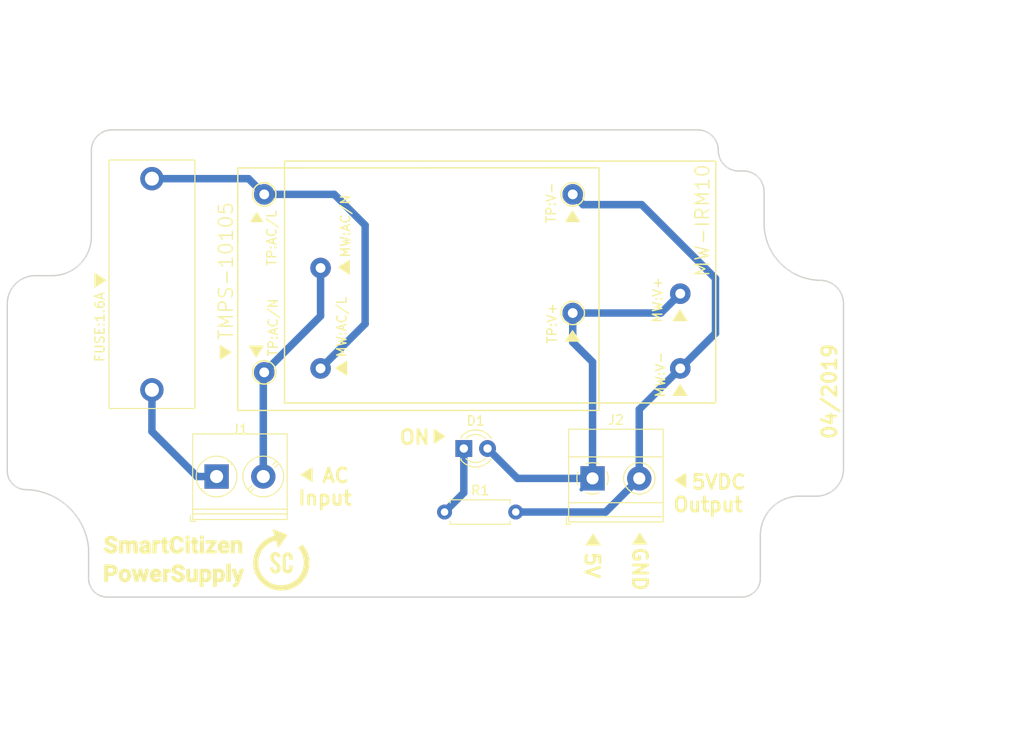
<source format=kicad_pcb>
(kicad_pcb (version 20171130) (host pcbnew "(5.0.2-5)-5")

  (general
    (thickness 1.6)
    (drawings 473)
    (tracks 32)
    (zones 0)
    (modules 11)
    (nets 7)
  )

  (page A4)
  (layers
    (0 F.Cu signal)
    (31 B.Cu signal)
    (32 B.Adhes user)
    (33 F.Adhes user)
    (34 B.Paste user)
    (35 F.Paste user)
    (36 B.SilkS user)
    (37 F.SilkS user)
    (38 B.Mask user)
    (39 F.Mask user)
    (40 Dwgs.User user)
    (41 Cmts.User user)
    (42 Eco1.User user)
    (43 Eco2.User user)
    (44 Edge.Cuts user)
    (45 Margin user)
    (46 B.CrtYd user)
    (47 F.CrtYd user)
    (48 B.Fab user)
    (49 F.Fab user)
  )

  (setup
    (last_trace_width 0.25)
    (trace_clearance 0.2)
    (zone_clearance 0.508)
    (zone_45_only no)
    (trace_min 0.2)
    (segment_width 0.2)
    (edge_width 0.2)
    (via_size 0.8)
    (via_drill 0.4)
    (via_min_size 0.4)
    (via_min_drill 0.3)
    (uvia_size 0.3)
    (uvia_drill 0.1)
    (uvias_allowed no)
    (uvia_min_size 0.2)
    (uvia_min_drill 0.1)
    (pcb_text_width 0.3)
    (pcb_text_size 1.5 1.5)
    (mod_edge_width 0.15)
    (mod_text_size 1 1)
    (mod_text_width 0.15)
    (pad_size 2.5 2.5)
    (pad_drill 1.19)
    (pad_to_mask_clearance 0.051)
    (solder_mask_min_width 0.25)
    (aux_axis_origin 0 0)
    (visible_elements FFFFFF7F)
    (pcbplotparams
      (layerselection 0x010f0_ffffffff)
      (usegerberextensions false)
      (usegerberattributes true)
      (usegerberadvancedattributes false)
      (creategerberjobfile false)
      (excludeedgelayer true)
      (linewidth 0.150000)
      (plotframeref false)
      (viasonmask false)
      (mode 1)
      (useauxorigin false)
      (hpglpennumber 1)
      (hpglpenspeed 20)
      (hpglpendiameter 15.000000)
      (psnegative false)
      (psa4output false)
      (plotreference true)
      (plotvalue true)
      (plotinvisibletext false)
      (padsonsilk true)
      (subtractmaskfromsilk false)
      (outputformat 1)
      (mirror false)
      (drillshape 0)
      (scaleselection 1)
      (outputdirectory "gerber"))
  )

  (net 0 "")
  (net 1 "Net-(J1-Pad2)")
  (net 2 "Net-(J2-Pad2)")
  (net 3 "Net-(F1-1.6A1-Pad1)")
  (net 4 "Net-(F1-1.6A1-Pad2)")
  (net 5 "Net-(D1-Pad2)")
  (net 6 "Net-(D1-Pad1)")

  (net_class Default "This is the default net class."
    (clearance 0.2)
    (trace_width 0.25)
    (via_dia 0.8)
    (via_drill 0.4)
    (uvia_dia 0.3)
    (uvia_drill 0.1)
  )

  (net_class OUTPUT ""
    (clearance 0.2)
    (trace_width 0.8)
    (via_dia 0.8)
    (via_drill 0.4)
    (uvia_dia 0.3)
    (uvia_drill 0.1)
    (add_net "Net-(D1-Pad1)")
    (add_net "Net-(D1-Pad2)")
    (add_net "Net-(J2-Pad2)")
  )

  (net_class POWER ""
    (clearance 0.4)
    (trace_width 0.8)
    (via_dia 0.8)
    (via_drill 0.4)
    (uvia_dia 0.3)
    (uvia_drill 0.1)
    (add_net "Net-(F1-1.6A1-Pad1)")
    (add_net "Net-(F1-1.6A1-Pad2)")
    (add_net "Net-(J1-Pad2)")
  )

  (module PowerSupplyFP:PAD (layer F.Cu) (tedit 5CB712E4) (tstamp 5CB71353)
    (at 196.2 96.4)
    (fp_text reference REF** (at 0 3.2) (layer F.SilkS) hide
      (effects (font (size 1 1) (thickness 0.15)))
    )
    (fp_text value PAD (at 0 -0.5) (layer F.Fab)
      (effects (font (size 1 1) (thickness 0.15)))
    )
    (pad "" np_thru_hole circle (at 0 0) (size 3 3) (drill 3) (layers *.Cu *.Mask))
  )

  (module PowerSupplyFP:PAD (layer F.Cu) (tedit 5CB712D3) (tstamp 5CB711AF)
    (at 118.2 96.4)
    (fp_text reference "" (at 0.1 2.7) (layer F.SilkS) hide
      (effects (font (size 1 1) (thickness 0.15)))
    )
    (fp_text value PAD (at 0 -0.5) (layer F.Fab)
      (effects (font (size 1 1) (thickness 0.15)))
    )
    (pad "" np_thru_hole circle (at 0 0) (size 3 3) (drill 3) (layers *.Cu *.Mask))
  )

  (module PowerSupplyFP:MeanWell-IRM-10-5 (layer F.Cu) (tedit 5CB5DF43) (tstamp 5CB64A9F)
    (at 142.33 97.98)
    (path /5CB45DFA)
    (fp_text reference MW-IRM10 (at 44.47 -19.28 90) (layer F.SilkS)
      (effects (font (size 1.5 1.5) (thickness 0.15)))
    )
    (fp_text value MeanWell-IRM-10 (at 23.9 -12.8) (layer F.Fab)
      (effects (font (size 1 1) (thickness 0.15)))
    )
    (fp_text user MW:V+ (at 39.67 -10.78 90) (layer F.SilkS)
      (effects (font (size 1 1) (thickness 0.15)))
    )
    (fp_text user MW:V- (at 39.97 -2.78 90) (layer F.SilkS)
      (effects (font (size 1 1) (thickness 0.15)))
    )
    (fp_text user MW:AC/L (at 5.87 -7.88 90) (layer F.SilkS)
      (effects (font (size 1 1) (thickness 0.15)))
    )
    (fp_text user MW:AC/N (at 6.27 -18.68 90) (layer F.SilkS)
      (effects (font (size 1 1) (thickness 0.15)))
    )
    (fp_line (start -0.26 0.25) (end -0.26 -25.63) (layer F.SilkS) (width 0.15))
    (fp_line (start 45.9 0.25) (end -0.26 0.25) (layer F.SilkS) (width 0.15))
    (fp_line (start 45.9 -25.64) (end 45.9 0.25) (layer F.SilkS) (width 0.15))
    (fp_line (start -0.25 -25.64) (end 45.9 -25.64) (layer F.SilkS) (width 0.15))
    (fp_line (start 0 0) (end 45.7 0) (layer F.Fab) (width 0.15))
    (fp_line (start 45.7 0) (end 45.7 -25.4) (layer F.Fab) (width 0.15))
    (fp_line (start 45.7 -25.4) (end 0 -25.4) (layer F.Fab) (width 0.15))
    (fp_line (start 0 -25.4) (end 0 0) (layer F.Fab) (width 0.15))
    (pad 1 thru_hole circle (at 3.6 -14.2) (size 2.2 2.2) (drill 1.05) (layers *.Cu *.Mask)
      (net 1 "Net-(J1-Pad2)"))
    (pad 2 thru_hole circle (at 3.6 -3.45) (size 2.2 2.2) (drill 1.05) (layers *.Cu *.Mask)
      (net 3 "Net-(F1-1.6A1-Pad1)"))
    (pad 3 thru_hole circle (at 42.1 -3.45) (size 2.2 2.2) (drill 1.05) (layers *.Cu *.Mask)
      (net 2 "Net-(J2-Pad2)"))
    (pad 4 thru_hole circle (at 42.1 -11.45) (size 2.2 2.2) (drill 1.05) (layers *.Cu *.Mask)
      (net 5 "Net-(D1-Pad2)"))
  )

  (module Fuse:Fuse_Littelfuse_646Series (layer F.Cu) (tedit 5CB5DC0B) (tstamp 5CB64EED)
    (at 127.88 74.22 270)
    (descr "Fuse, TE5, Littelfuse/Wickmann, No. 460, No560,")
    (tags "Fuse TE5 Littelfuse/Wickmann No. 460 No560 ")
    (path /5CB49198)
    (fp_text reference FUSE:1.6A (at 15.88 5.58 270) (layer F.SilkS)
      (effects (font (size 1 1) (thickness 0.15)))
    )
    (fp_text value Fuse (at 13.3 5.5 270) (layer F.Fab)
      (effects (font (size 1 1) (thickness 0.15)))
    )
    (fp_line (start 24.6 4.6) (end -2 4.6) (layer F.SilkS) (width 0.12))
    (fp_line (start 24.6 4.6) (end 24.6 -4.6) (layer F.SilkS) (width 0.12))
    (fp_line (start -2 -4.6) (end -2 4.6) (layer F.SilkS) (width 0.12))
    (fp_line (start -2 -4.6) (end 24.6 -4.6) (layer F.SilkS) (width 0.12))
    (fp_line (start -1.55 -4.5) (end -1.55 4.5) (layer F.Fab) (width 0.1))
    (fp_line (start 24.25 -4.5) (end -1.55 -4.5) (layer F.Fab) (width 0.1))
    (fp_line (start 24.25 4.5) (end 24.25 -4.5) (layer F.Fab) (width 0.1))
    (fp_line (start -1.55 4.5) (end 24.25 4.5) (layer F.Fab) (width 0.1))
    (fp_text user %R (at 12.6 -3.4 270) (layer F.Fab)
      (effects (font (size 1 1) (thickness 0.15)))
    )
    (pad 2 thru_hole circle (at 22.6 0 270) (size 2.5 2.5) (drill 1.5) (layers *.Cu *.Mask)
      (net 4 "Net-(F1-1.6A1-Pad2)"))
    (pad 1 thru_hole circle (at 0 0 270) (size 2.5 2.5) (drill 1.5) (layers *.Cu *.Mask)
      (net 3 "Net-(F1-1.6A1-Pad1)"))
    (model ${KISYS3DMOD}/Fuse.3dshapes/Fuse_Littelfuse_395Series.wrl
      (at (xyz 0 0 0))
      (scale (xyz 1 1 1))
      (rotate (xyz 0 0 0))
    )
  )

  (module TerminalBlock_Phoenix:TerminalBlock_Phoenix_PT-2,5-2-5.0-H_1x02_P5.00mm_Horizontal (layer F.Cu) (tedit 5CB59ECC) (tstamp 5CB64E8D)
    (at 134.8 106.1)
    (descr "Terminal Block Phoenix PT-1,5-2-5.0-H, 2 pins, pitch 5mm, size 10x9mm^2, drill diamater 1.3mm, pad diameter 2.6mm, see http://www.mouser.com/ds/2/324/ItemDetail_1935161-922578.pdf, script-generated using https://github.com/pointhi/kicad-footprint-generator/scripts/TerminalBlock_Phoenix")
    (tags "THT Terminal Block Phoenix PT-1,5-2-5.0-H pitch 5mm size 10x9mm^2 drill 1.3mm pad 2.6mm")
    (path /5CB465CB)
    (fp_text reference J1 (at 2.5 -5.06) (layer F.SilkS)
      (effects (font (size 1 1) (thickness 0.15)))
    )
    (fp_text value Screw_Terminal_01x02-AC_INPUT (at 2.4 4.8) (layer F.Fab)
      (effects (font (size 1 1) (thickness 0.15)))
    )
    (fp_text user %R (at 2.5 2.9) (layer F.Fab)
      (effects (font (size 1 1) (thickness 0.15)))
    )
    (fp_line (start 8 -4.7) (end -3 -4.7) (layer F.CrtYd) (width 0.05))
    (fp_line (start 8 5.3) (end 8 -4.7) (layer F.CrtYd) (width 0.05))
    (fp_line (start -3 5.3) (end 8 5.3) (layer F.CrtYd) (width 0.05))
    (fp_line (start -3 -4.7) (end -3 5.3) (layer F.CrtYd) (width 0.05))
    (fp_line (start -2.8 4.8) (end -2.22 4.8) (layer F.SilkS) (width 0.12))
    (fp_line (start -2.8 4.16) (end -2.8 4.8) (layer F.SilkS) (width 0.12))
    (fp_line (start 3.742 0.992) (end 3.347 1.388) (layer F.SilkS) (width 0.12))
    (fp_line (start 6.388 -1.654) (end 6.008 -1.274) (layer F.SilkS) (width 0.12))
    (fp_line (start 3.993 1.274) (end 3.613 1.654) (layer F.SilkS) (width 0.12))
    (fp_line (start 6.654 -1.388) (end 6.259 -0.992) (layer F.SilkS) (width 0.12))
    (fp_line (start 6.273 -1.517) (end 3.484 1.273) (layer F.Fab) (width 0.1))
    (fp_line (start 6.517 -1.273) (end 3.728 1.517) (layer F.Fab) (width 0.1))
    (fp_line (start -1.548 1.281) (end -1.654 1.388) (layer F.SilkS) (width 0.12))
    (fp_line (start 1.388 -1.654) (end 1.281 -1.547) (layer F.SilkS) (width 0.12))
    (fp_line (start -1.282 1.547) (end -1.388 1.654) (layer F.SilkS) (width 0.12))
    (fp_line (start 1.654 -1.388) (end 1.547 -1.281) (layer F.SilkS) (width 0.12))
    (fp_line (start 1.273 -1.517) (end -1.517 1.273) (layer F.Fab) (width 0.1))
    (fp_line (start 1.517 -1.273) (end -1.273 1.517) (layer F.Fab) (width 0.1))
    (fp_line (start 7.56 -4.56) (end 7.56 4.56) (layer F.SilkS) (width 0.12))
    (fp_line (start -2.56 -4.56) (end -2.56 4.6) (layer F.SilkS) (width 0.12))
    (fp_line (start -2.56 4.6) (end 7.56 4.6) (layer F.SilkS) (width 0.12))
    (fp_line (start -2.56 -4.56) (end 7.56 -4.56) (layer F.SilkS) (width 0.12))
    (fp_line (start -2.56 3.5) (end 7.56 3.5) (layer F.SilkS) (width 0.12))
    (fp_line (start -2.5 3.5) (end 7.5 3.5) (layer F.Fab) (width 0.1))
    (fp_line (start -2.56 4) (end 7.56 4) (layer F.SilkS) (width 0.12))
    (fp_line (start -2.5 4.1) (end 7.5 4.1) (layer F.Fab) (width 0.1))
    (fp_line (start -2.5 4.1) (end -2.5 -4.5) (layer F.Fab) (width 0.1))
    (fp_line (start -2.1 4.5) (end -2.5 4.1) (layer F.Fab) (width 0.1))
    (fp_line (start 7.5 4.5) (end -2.1 4.5) (layer F.Fab) (width 0.1))
    (fp_line (start 7.5 -4.5) (end 7.5 4.5) (layer F.Fab) (width 0.1))
    (fp_line (start -2.5 -4.5) (end 7.5 -4.5) (layer F.Fab) (width 0.1))
    (fp_circle (center 5 0) (end 7.18 0) (layer F.SilkS) (width 0.12))
    (fp_circle (center 5 0) (end 7 0) (layer F.Fab) (width 0.1))
    (fp_circle (center 0 0) (end 2.18 0) (layer F.SilkS) (width 0.12))
    (fp_circle (center 0 0) (end 2 0) (layer F.Fab) (width 0.1))
    (pad 2 thru_hole circle (at 5 0) (size 2.6 2.6) (drill 1.4) (layers *.Cu *.Mask)
      (net 1 "Net-(J1-Pad2)"))
    (pad 1 thru_hole rect (at 0 0) (size 2.6 2.6) (drill 1.4) (layers *.Cu *.Mask)
      (net 4 "Net-(F1-1.6A1-Pad2)"))
    (model ${KISYS3DMOD}/TerminalBlock_Phoenix.3dshapes/TerminalBlock_Phoenix_PT-1,5-2-5.0-H_1x02_P5.00mm_Horizontal.wrl
      (at (xyz 0 0 0))
      (scale (xyz 1 1 1))
      (rotate (xyz 0 0 0))
    )
  )

  (module TerminalBlock_Phoenix:TerminalBlock_Phoenix_MKDS-1,5-2_1x02_P5.00mm_Horizontal (layer F.Cu) (tedit 5B294EE5) (tstamp 5CB64E0E)
    (at 175.04 106.3)
    (descr "Terminal Block Phoenix MKDS-1,5-2, 2 pins, pitch 5mm, size 10x9.8mm^2, drill diamater 1.3mm, pad diameter 2.6mm, see http://www.farnell.com/datasheets/100425.pdf, script-generated using https://github.com/pointhi/kicad-footprint-generator/scripts/TerminalBlock_Phoenix")
    (tags "THT Terminal Block Phoenix MKDS-1,5-2 pitch 5mm size 10x9.8mm^2 drill 1.3mm pad 2.6mm")
    (path /5CB46653)
    (fp_text reference J2 (at 2.5 -6.26) (layer F.SilkS)
      (effects (font (size 1 1) (thickness 0.15)))
    )
    (fp_text value Screw_Terminal_01x02-DC_OUTPUT (at 2.5 5.66) (layer F.Fab)
      (effects (font (size 1 1) (thickness 0.15)))
    )
    (fp_text user %R (at 2.5 3.2) (layer F.Fab)
      (effects (font (size 1 1) (thickness 0.15)))
    )
    (fp_line (start 8 -5.71) (end -3 -5.71) (layer F.CrtYd) (width 0.05))
    (fp_line (start 8 5.1) (end 8 -5.71) (layer F.CrtYd) (width 0.05))
    (fp_line (start -3 5.1) (end 8 5.1) (layer F.CrtYd) (width 0.05))
    (fp_line (start -3 -5.71) (end -3 5.1) (layer F.CrtYd) (width 0.05))
    (fp_line (start -2.8 4.9) (end -2.3 4.9) (layer F.SilkS) (width 0.12))
    (fp_line (start -2.8 4.16) (end -2.8 4.9) (layer F.SilkS) (width 0.12))
    (fp_line (start 3.773 1.023) (end 3.726 1.069) (layer F.SilkS) (width 0.12))
    (fp_line (start 6.07 -1.275) (end 6.035 -1.239) (layer F.SilkS) (width 0.12))
    (fp_line (start 3.966 1.239) (end 3.931 1.274) (layer F.SilkS) (width 0.12))
    (fp_line (start 6.275 -1.069) (end 6.228 -1.023) (layer F.SilkS) (width 0.12))
    (fp_line (start 5.955 -1.138) (end 3.863 0.955) (layer F.Fab) (width 0.1))
    (fp_line (start 6.138 -0.955) (end 4.046 1.138) (layer F.Fab) (width 0.1))
    (fp_line (start 0.955 -1.138) (end -1.138 0.955) (layer F.Fab) (width 0.1))
    (fp_line (start 1.138 -0.955) (end -0.955 1.138) (layer F.Fab) (width 0.1))
    (fp_line (start 7.56 -5.261) (end 7.56 4.66) (layer F.SilkS) (width 0.12))
    (fp_line (start -2.56 -5.261) (end -2.56 4.66) (layer F.SilkS) (width 0.12))
    (fp_line (start -2.56 4.66) (end 7.56 4.66) (layer F.SilkS) (width 0.12))
    (fp_line (start -2.56 -5.261) (end 7.56 -5.261) (layer F.SilkS) (width 0.12))
    (fp_line (start -2.56 -2.301) (end 7.56 -2.301) (layer F.SilkS) (width 0.12))
    (fp_line (start -2.5 -2.3) (end 7.5 -2.3) (layer F.Fab) (width 0.1))
    (fp_line (start -2.56 2.6) (end 7.56 2.6) (layer F.SilkS) (width 0.12))
    (fp_line (start -2.5 2.6) (end 7.5 2.6) (layer F.Fab) (width 0.1))
    (fp_line (start -2.56 4.1) (end 7.56 4.1) (layer F.SilkS) (width 0.12))
    (fp_line (start -2.5 4.1) (end 7.5 4.1) (layer F.Fab) (width 0.1))
    (fp_line (start -2.5 4.1) (end -2.5 -5.2) (layer F.Fab) (width 0.1))
    (fp_line (start -2 4.6) (end -2.5 4.1) (layer F.Fab) (width 0.1))
    (fp_line (start 7.5 4.6) (end -2 4.6) (layer F.Fab) (width 0.1))
    (fp_line (start 7.5 -5.2) (end 7.5 4.6) (layer F.Fab) (width 0.1))
    (fp_line (start -2.5 -5.2) (end 7.5 -5.2) (layer F.Fab) (width 0.1))
    (fp_circle (center 5 0) (end 6.68 0) (layer F.SilkS) (width 0.12))
    (fp_circle (center 5 0) (end 6.5 0) (layer F.Fab) (width 0.1))
    (fp_circle (center 0 0) (end 1.5 0) (layer F.Fab) (width 0.1))
    (fp_arc (start 0 0) (end -0.684 1.535) (angle -25) (layer F.SilkS) (width 0.12))
    (fp_arc (start 0 0) (end -1.535 -0.684) (angle -48) (layer F.SilkS) (width 0.12))
    (fp_arc (start 0 0) (end 0.684 -1.535) (angle -48) (layer F.SilkS) (width 0.12))
    (fp_arc (start 0 0) (end 1.535 0.684) (angle -48) (layer F.SilkS) (width 0.12))
    (fp_arc (start 0 0) (end 0 1.68) (angle -24) (layer F.SilkS) (width 0.12))
    (pad 2 thru_hole circle (at 5 0) (size 2.6 2.6) (drill 1.3) (layers *.Cu *.Mask)
      (net 2 "Net-(J2-Pad2)"))
    (pad 1 thru_hole rect (at 0 0) (size 2.6 2.6) (drill 1.3) (layers *.Cu *.Mask)
      (net 5 "Net-(D1-Pad2)"))
    (model ${KISYS3DMOD}/TerminalBlock_Phoenix.3dshapes/TerminalBlock_Phoenix_MKDS-1,5-2_1x02_P5.00mm_Horizontal.wrl
      (at (xyz 0 0 0))
      (scale (xyz 1 1 1))
      (rotate (xyz 0 0 0))
    )
  )

  (module PowerSupplyFP:Traco-TMPS-10-105 (layer F.Cu) (tedit 5CB5DF3D) (tstamp 5CB64DB5)
    (at 137.36 98.76)
    (path /5CB45E56)
    (fp_text reference TMPS-10105 (at -1.56 -14.66 90) (layer F.SilkS)
      (effects (font (size 1.5 1.5) (thickness 0.15)))
    )
    (fp_text value "TracoPower-TMPS-10105 " (at 19.8 -14.4) (layer F.Fab)
      (effects (font (size 1 1) (thickness 0.15)))
    )
    (fp_text user TP:V+ (at 33.34 -9.06 90) (layer F.SilkS)
      (effects (font (size 1 1) (thickness 0.15)))
    )
    (fp_text user TP:V- (at 33.24 -21.96 270) (layer F.SilkS)
      (effects (font (size 1 1) (thickness 0.15)))
    )
    (fp_text user TP:AC/L (at 3.34 -18.16 90) (layer F.SilkS)
      (effects (font (size 1 1) (thickness 0.15)))
    )
    (fp_text user TP:AC/N (at 3.49 -8.61 90) (layer F.SilkS)
      (effects (font (size 1 1) (thickness 0.15)))
    )
    (fp_line (start -0.29 0.27) (end -0.29 -25.69) (layer F.SilkS) (width 0.15))
    (fp_line (start 38.37 0.27) (end -0.29 0.27) (layer F.SilkS) (width 0.15))
    (fp_line (start 38.37 -25.7) (end 38.37 0.27) (layer F.SilkS) (width 0.15))
    (fp_line (start -0.29 -25.69) (end 38.37 -25.7) (layer F.SilkS) (width 0.15))
    (fp_circle (center 2.54 -3.81) (end 3.79 -3.71) (layer F.SilkS) (width 0.15))
    (fp_circle (center 2.54 -22.86) (end 3.79 -22.76) (layer F.SilkS) (width 0.15))
    (fp_circle (center 35.56 -10.17) (end 36.81 -10.07) (layer F.SilkS) (width 0.15))
    (fp_circle (center 35.55 -22.86) (end 36.8 -22.76) (layer F.SilkS) (width 0.15))
    (fp_line (start 0 0) (end 38.1 0) (layer F.Fab) (width 0.15))
    (fp_line (start 38.1 0) (end 38.1 -25.4) (layer F.Fab) (width 0.15))
    (fp_line (start 38.1 -25.4) (end 0 -25.4) (layer F.Fab) (width 0.15))
    (fp_line (start 0 -25.4) (end 0 0) (layer F.Fab) (width 0.15))
    (pad 1 thru_hole circle (at 2.54 -3.81) (size 2.2 2.2) (drill 1.05) (layers *.Cu *.Mask)
      (net 1 "Net-(J1-Pad2)"))
    (pad 2 thru_hole circle (at 2.54 -22.86) (size 2.2 2.2) (drill 1.05) (layers *.Cu *.Mask)
      (net 3 "Net-(F1-1.6A1-Pad1)"))
    (pad 3 thru_hole circle (at 35.56 -22.86) (size 2.2 2.2) (drill 1.05) (layers *.Cu *.Mask)
      (net 2 "Net-(J2-Pad2)"))
    (pad 4 thru_hole circle (at 35.56 -10.16) (size 2.2 2.2) (drill 1.05) (layers *.Cu *.Mask)
      (net 5 "Net-(D1-Pad2)"))
  )

  (module LED_THT:LED_D3.0mm (layer F.Cu) (tedit 587A3A7B) (tstamp 5CB615B4)
    (at 161.26 103.1)
    (descr "LED, diameter 3.0mm, 2 pins")
    (tags "LED diameter 3.0mm 2 pins")
    (path /5CB4C13C)
    (fp_text reference D1 (at 1.27 -2.96) (layer F.SilkS)
      (effects (font (size 1 1) (thickness 0.15)))
    )
    (fp_text value LED_RED (at 1.27 2.96) (layer F.Fab)
      (effects (font (size 1 1) (thickness 0.15)))
    )
    (fp_line (start 3.7 -2.25) (end -1.15 -2.25) (layer F.CrtYd) (width 0.05))
    (fp_line (start 3.7 2.25) (end 3.7 -2.25) (layer F.CrtYd) (width 0.05))
    (fp_line (start -1.15 2.25) (end 3.7 2.25) (layer F.CrtYd) (width 0.05))
    (fp_line (start -1.15 -2.25) (end -1.15 2.25) (layer F.CrtYd) (width 0.05))
    (fp_line (start -0.29 1.08) (end -0.29 1.236) (layer F.SilkS) (width 0.12))
    (fp_line (start -0.29 -1.236) (end -0.29 -1.08) (layer F.SilkS) (width 0.12))
    (fp_line (start -0.23 -1.16619) (end -0.23 1.16619) (layer F.Fab) (width 0.1))
    (fp_circle (center 1.27 0) (end 2.77 0) (layer F.Fab) (width 0.1))
    (fp_arc (start 1.27 0) (end 0.229039 1.08) (angle -87.9) (layer F.SilkS) (width 0.12))
    (fp_arc (start 1.27 0) (end 0.229039 -1.08) (angle 87.9) (layer F.SilkS) (width 0.12))
    (fp_arc (start 1.27 0) (end -0.29 1.235516) (angle -108.8) (layer F.SilkS) (width 0.12))
    (fp_arc (start 1.27 0) (end -0.29 -1.235516) (angle 108.8) (layer F.SilkS) (width 0.12))
    (fp_arc (start 1.27 0) (end -0.23 -1.16619) (angle 284.3) (layer F.Fab) (width 0.1))
    (pad 2 thru_hole circle (at 2.54 0) (size 1.8 1.8) (drill 0.9) (layers *.Cu *.Mask)
      (net 5 "Net-(D1-Pad2)"))
    (pad 1 thru_hole rect (at 0 0) (size 1.8 1.8) (drill 0.9) (layers *.Cu *.Mask)
      (net 6 "Net-(D1-Pad1)"))
    (model ${KISYS3DMOD}/LED_THT.3dshapes/LED_D3.0mm.wrl
      (at (xyz 0 0 0))
      (scale (xyz 1 1 1))
      (rotate (xyz 0 0 0))
    )
  )

  (module Resistors_THT:R_Axial_DIN0207_L6.3mm_D2.5mm_P7.62mm_Horizontal (layer F.Cu) (tedit 5874F706) (tstamp 5CB64D3E)
    (at 159.2 109.9)
    (descr "Resistor, Axial_DIN0207 series, Axial, Horizontal, pin pitch=7.62mm, 0.25W = 1/4W, length*diameter=6.3*2.5mm^2, http://cdn-reichelt.de/documents/datenblatt/B400/1_4W%23YAG.pdf")
    (tags "Resistor Axial_DIN0207 series Axial Horizontal pin pitch 7.62mm 0.25W = 1/4W length 6.3mm diameter 2.5mm")
    (path /5CB4E96B)
    (fp_text reference R1 (at 3.81 -2.31) (layer F.SilkS)
      (effects (font (size 1 1) (thickness 0.15)))
    )
    (fp_text value 1.8kOhm (at 3.81 2.31) (layer F.Fab)
      (effects (font (size 1 1) (thickness 0.15)))
    )
    (fp_line (start 8.7 -1.6) (end -1.05 -1.6) (layer F.CrtYd) (width 0.05))
    (fp_line (start 8.7 1.6) (end 8.7 -1.6) (layer F.CrtYd) (width 0.05))
    (fp_line (start -1.05 1.6) (end 8.7 1.6) (layer F.CrtYd) (width 0.05))
    (fp_line (start -1.05 -1.6) (end -1.05 1.6) (layer F.CrtYd) (width 0.05))
    (fp_line (start 7.02 1.31) (end 7.02 0.98) (layer F.SilkS) (width 0.12))
    (fp_line (start 0.6 1.31) (end 7.02 1.31) (layer F.SilkS) (width 0.12))
    (fp_line (start 0.6 0.98) (end 0.6 1.31) (layer F.SilkS) (width 0.12))
    (fp_line (start 7.02 -1.31) (end 7.02 -0.98) (layer F.SilkS) (width 0.12))
    (fp_line (start 0.6 -1.31) (end 7.02 -1.31) (layer F.SilkS) (width 0.12))
    (fp_line (start 0.6 -0.98) (end 0.6 -1.31) (layer F.SilkS) (width 0.12))
    (fp_line (start 7.62 0) (end 6.96 0) (layer F.Fab) (width 0.1))
    (fp_line (start 0 0) (end 0.66 0) (layer F.Fab) (width 0.1))
    (fp_line (start 6.96 -1.25) (end 0.66 -1.25) (layer F.Fab) (width 0.1))
    (fp_line (start 6.96 1.25) (end 6.96 -1.25) (layer F.Fab) (width 0.1))
    (fp_line (start 0.66 1.25) (end 6.96 1.25) (layer F.Fab) (width 0.1))
    (fp_line (start 0.66 -1.25) (end 0.66 1.25) (layer F.Fab) (width 0.1))
    (pad 2 thru_hole oval (at 7.62 0) (size 1.6 1.6) (drill 0.8) (layers *.Cu *.Mask)
      (net 2 "Net-(J2-Pad2)"))
    (pad 1 thru_hole circle (at 0 0) (size 1.6 1.6) (drill 0.8) (layers *.Cu *.Mask)
      (net 6 "Net-(D1-Pad1)"))
    (model ${KISYS3DMOD}/Resistors_THT.3dshapes/R_Axial_DIN0207_L6.3mm_D2.5mm_P7.62mm_Horizontal.wrl
      (at (xyz 0 0 0))
      (scale (xyz 0.393701 0.393701 0.393701))
      (rotate (xyz 0 0 0))
    )
  )

  (module LOGO:Logo_5000 (layer F.Cu) (tedit 0) (tstamp 5CB64109)
    (at 141.9 115)
    (fp_text reference G*** (at 0 0) (layer F.SilkS) hide
      (effects (font (size 1.524 1.524) (thickness 0.3)))
    )
    (fp_text value LOGO (at 0.75 0) (layer F.SilkS) hide
      (effects (font (size 1.524 1.524) (thickness 0.3)))
    )
    (fp_poly (pts (xy 0.527669 -0.773423) (xy 0.562492 -0.771923) (xy 0.593173 -0.769315) (xy 0.61687 -0.765628)
      (xy 0.617394 -0.765512) (xy 0.689322 -0.744467) (xy 0.75614 -0.714822) (xy 0.81736 -0.676958)
      (xy 0.872497 -0.631254) (xy 0.921063 -0.57809) (xy 0.962572 -0.517847) (xy 0.983099 -0.48006)
      (xy 0.99544 -0.454587) (xy 1.005566 -0.431887) (xy 1.013709 -0.410561) (xy 1.020104 -0.389207)
      (xy 1.024984 -0.366424) (xy 1.028583 -0.340811) (xy 1.031136 -0.310966) (xy 1.032875 -0.275489)
      (xy 1.034034 -0.232978) (xy 1.034848 -0.182032) (xy 1.035011 -0.16891) (xy 1.037049 0)
      (xy 0.68072 0) (xy 0.68072 -0.14713) (xy 0.680675 -0.190143) (xy 0.68049 -0.224315)
      (xy 0.680085 -0.250963) (xy 0.679379 -0.271407) (xy 0.678293 -0.286964) (xy 0.676748 -0.298953)
      (xy 0.674664 -0.308692) (xy 0.671961 -0.317499) (xy 0.670129 -0.322566) (xy 0.654523 -0.352398)
      (xy 0.631294 -0.381434) (xy 0.602832 -0.407164) (xy 0.571528 -0.427074) (xy 0.569872 -0.427901)
      (xy 0.552235 -0.436084) (xy 0.537672 -0.441039) (xy 0.522383 -0.443557) (xy 0.502568 -0.444432)
      (xy 0.490326 -0.4445) (xy 0.466238 -0.44405) (xy 0.448439 -0.442214) (xy 0.433081 -0.438262)
      (xy 0.416314 -0.431466) (xy 0.412635 -0.429785) (xy 0.382626 -0.411606) (xy 0.353892 -0.386435)
      (xy 0.329172 -0.357138) (xy 0.31121 -0.326576) (xy 0.309102 -0.321651) (xy 0.29718 -0.2921)
      (xy 0.29718 0.978114) (xy 0.313779 1.011833) (xy 0.33574 1.047025) (xy 0.363654 1.076873)
      (xy 0.395666 1.099694) (xy 0.424818 1.112347) (xy 0.469483 1.121146) (xy 0.513647 1.120314)
      (xy 0.555998 1.110224) (xy 0.595221 1.091249) (xy 0.630003 1.06376) (xy 0.642124 1.050761)
      (xy 0.651877 1.038944) (xy 0.659835 1.027747) (xy 0.66618 1.016011) (xy 0.671093 1.002577)
      (xy 0.674758 0.986288) (xy 0.677356 0.965984) (xy 0.679068 0.940507) (xy 0.680078 0.908699)
      (xy 0.680565 0.8694) (xy 0.680714 0.821452) (xy 0.68072 0.804989) (xy 0.68072 0.635)
      (xy 1.03632 0.635) (xy 1.03632 0.817214) (xy 1.036192 0.873153) (xy 1.035734 0.920196)
      (xy 1.034833 0.959605) (xy 1.033376 0.992641) (xy 1.031251 1.020566) (xy 1.028345 1.044642)
      (xy 1.024546 1.06613) (xy 1.01974 1.086292) (xy 1.013814 1.106391) (xy 1.009268 1.12014)
      (xy 0.982943 1.182043) (xy 0.947774 1.240875) (xy 0.904889 1.295505) (xy 0.855419 1.344804)
      (xy 0.800491 1.387644) (xy 0.741233 1.422896) (xy 0.68072 1.44876) (xy 0.63539 1.461396)
      (xy 0.583992 1.470522) (xy 0.530113 1.475795) (xy 0.477336 1.476872) (xy 0.429249 1.473411)
      (xy 0.426492 1.473038) (xy 0.356182 1.458155) (xy 0.288903 1.433702) (xy 0.225167 1.399951)
      (xy 0.165484 1.357174) (xy 0.110364 1.305644) (xy 0.108216 1.303355) (xy 0.067794 1.254942)
      (xy 0.035233 1.204047) (xy 0.009299 1.148417) (xy -0.01124 1.085802) (xy -0.011572 1.08458)
      (xy -0.013157 1.078641) (xy -0.014584 1.072762) (xy -0.015862 1.066401) (xy -0.017001 1.059012)
      (xy -0.018011 1.050052) (xy -0.018901 1.038977) (xy -0.019682 1.025243) (xy -0.020362 1.008306)
      (xy -0.020952 0.987622) (xy -0.021462 0.962649) (xy -0.0219 0.93284) (xy -0.022278 0.897654)
      (xy -0.022604 0.856545) (xy -0.022888 0.80897) (xy -0.023141 0.754385) (xy -0.023371 0.692247)
      (xy -0.023589 0.622011) (xy -0.023804 0.543133) (xy -0.024026 0.45507) (xy -0.024214 0.37846)
      (xy -0.024446 0.268053) (xy -0.02458 0.167615) (xy -0.024614 0.076955) (xy -0.024547 -0.004117)
      (xy -0.024378 -0.075792) (xy -0.024106 -0.13826) (xy -0.02373 -0.191713) (xy -0.02325 -0.236341)
      (xy -0.022663 -0.272334) (xy -0.021969 -0.299883) (xy -0.021167 -0.319179) (xy -0.020283 -0.3302)
      (xy -0.006724 -0.396802) (xy 0.016042 -0.460358) (xy 0.047338 -0.520169) (xy 0.086485 -0.575537)
      (xy 0.132804 -0.62576) (xy 0.185619 -0.670141) (xy 0.244249 -0.707978) (xy 0.308019 -0.738573)
      (xy 0.376248 -0.761225) (xy 0.40386 -0.767743) (xy 0.4268 -0.770974) (xy 0.456979 -0.772978)
      (xy 0.491549 -0.773784) (xy 0.527669 -0.773423)) (layer F.SilkS) (width 0.01))
    (fp_poly (pts (xy -0.738043 -0.798215) (xy -0.669289 -0.787007) (xy -0.603769 -0.768715) (xy -0.567807 -0.754792)
      (xy -0.529241 -0.736878) (xy -0.497252 -0.718803) (xy -0.468471 -0.698322) (xy -0.439532 -0.67319)
      (xy -0.426207 -0.6604) (xy -0.380123 -0.609356) (xy -0.342834 -0.554864) (xy -0.313359 -0.495275)
      (xy -0.292645 -0.435729) (xy -0.287215 -0.415187) (xy -0.281662 -0.391118) (xy -0.276354 -0.365557)
      (xy -0.271662 -0.340541) (xy -0.267955 -0.318105) (xy -0.265601 -0.300284) (xy -0.264971 -0.289115)
      (xy -0.265562 -0.286466) (xy -0.271075 -0.284891) (xy -0.285126 -0.281853) (xy -0.306239 -0.27762)
      (xy -0.33294 -0.272462) (xy -0.363755 -0.266646) (xy -0.397208 -0.260442) (xy -0.431827 -0.254119)
      (xy -0.466135 -0.247944) (xy -0.49866 -0.242187) (xy -0.527926 -0.237117) (xy -0.552459 -0.233002)
      (xy -0.570785 -0.230111) (xy -0.581428 -0.228713) (xy -0.58293 -0.228625) (xy -0.591884 -0.231207)
      (xy -0.59436 -0.240626) (xy -0.59436 -0.240649) (xy -0.596217 -0.257254) (xy -0.601227 -0.280403)
      (xy -0.608553 -0.307295) (xy -0.617357 -0.335131) (xy -0.6268 -0.361112) (xy -0.636045 -0.382437)
      (xy -0.637904 -0.386101) (xy -0.663056 -0.425419) (xy -0.692313 -0.455443) (xy -0.725685 -0.476179)
      (xy -0.763181 -0.487633) (xy -0.804812 -0.48981) (xy -0.828654 -0.487188) (xy -0.861538 -0.479284)
      (xy -0.888234 -0.466327) (xy -0.912182 -0.446518) (xy -0.918078 -0.440354) (xy -0.941251 -0.410544)
      (xy -0.958201 -0.377465) (xy -0.969417 -0.339563) (xy -0.975386 -0.295288) (xy -0.976712 -0.254)
      (xy -0.973314 -0.199411) (xy -0.963074 -0.147389) (xy -0.945426 -0.096436) (xy -0.919805 -0.045056)
      (xy -0.885646 0.008252) (xy -0.869443 0.03048) (xy -0.845144 0.061245) (xy -0.819127 0.09087)
      (xy -0.789923 0.120819) (xy -0.756063 0.152554) (xy -0.716079 0.187537) (xy -0.68834 0.21086)
      (xy -0.652393 0.240992) (xy -0.622421 0.266823) (xy -0.596362 0.290267) (xy -0.572156 0.313242)
      (xy -0.547743 0.337662) (xy -0.521062 0.365444) (xy -0.513683 0.373259) (xy -0.451826 0.442601)
      (xy -0.399168 0.509711) (xy -0.355225 0.575437) (xy -0.319514 0.640627) (xy -0.291552 0.706128)
      (xy -0.270856 0.772789) (xy -0.261288 0.81598) (xy -0.257088 0.84855) (xy -0.255052 0.887985)
      (xy -0.255091 0.931245) (xy -0.257116 0.975287) (xy -0.261037 1.01707) (xy -0.266764 1.053553)
      (xy -0.268521 1.06172) (xy -0.287626 1.12735) (xy -0.313639 1.189866) (xy -0.345741 1.248048)
      (xy -0.383111 1.300674) (xy -0.424932 1.346526) (xy -0.470385 1.384383) (xy -0.496428 1.401233)
      (xy -0.558429 1.431801) (xy -0.626146 1.454873) (xy -0.698165 1.470192) (xy -0.773077 1.477506)
      (xy -0.849468 1.476557) (xy -0.890991 1.472501) (xy -0.964762 1.458518) (xy -1.032684 1.436241)
      (xy -1.094818 1.40564) (xy -1.151228 1.366686) (xy -1.198349 1.323204) (xy -1.24697 1.264668)
      (xy -1.288316 1.199178) (xy -1.322286 1.126976) (xy -1.348779 1.048303) (xy -1.367695 0.963399)
      (xy -1.376715 0.897088) (xy -1.378732 0.87571) (xy -1.380045 0.858504) (xy -1.3805 0.847701)
      (xy -1.380261 0.845166) (xy -1.375084 0.844498) (xy -1.36126 0.843272) (xy -1.340279 0.841595)
      (xy -1.31363 0.839569) (xy -1.282806 0.837302) (xy -1.249296 0.834895) (xy -1.214591 0.832456)
      (xy -1.180182 0.830087) (xy -1.147559 0.827894) (xy -1.118212 0.825981) (xy -1.093634 0.824453)
      (xy -1.075313 0.823414) (xy -1.06474 0.82297) (xy -1.063875 0.822961) (xy -1.058947 0.823946)
      (xy -1.05516 0.828073) (xy -1.051856 0.837099) (xy -1.04838 0.852781) (xy -1.044388 0.87503)
      (xy -1.035273 0.918885) (xy -1.02336 0.962245) (xy -1.00957 1.002243) (xy -0.994825 1.036013)
      (xy -0.989302 1.046373) (xy -0.970886 1.073178) (xy -0.946938 1.100104) (xy -0.920488 1.12413)
      (xy -0.89457 1.142234) (xy -0.891271 1.144063) (xy -0.853605 1.158606) (xy -0.813324 1.164027)
      (xy -0.772313 1.160313) (xy -0.732457 1.147452) (xy -0.727598 1.145175) (xy -0.704906 1.131234)
      (xy -0.68069 1.111633) (xy -0.657812 1.089114) (xy -0.639135 1.066419) (xy -0.629977 1.051669)
      (xy -0.618007 1.020501) (xy -0.609687 0.982718) (xy -0.605272 0.94128) (xy -0.605018 0.899149)
      (xy -0.609178 0.859285) (xy -0.612148 0.844588) (xy -0.62766 0.796724) (xy -0.651493 0.74751)
      (xy -0.682449 0.699149) (xy -0.710044 0.664276) (xy -0.717661 0.656299) (xy -0.7319 0.642209)
      (xy -0.751927 0.6228) (xy -0.776913 0.598864) (xy -0.806026 0.571195) (xy -0.838434 0.540587)
      (xy -0.873306 0.507832) (xy -0.906989 0.476353) (xy -0.944525 0.441169) (xy -0.981245 0.406391)
      (xy -1.01617 0.372971) (xy -1.048317 0.341865) (xy -1.076706 0.314024) (xy -1.100356 0.290405)
      (xy -1.118287 0.271959) (xy -1.12776 0.261675) (xy -1.176751 0.203487) (xy -1.217801 0.149028)
      (xy -1.2517 0.096826) (xy -1.279237 0.045412) (xy -1.3012 -0.006685) (xy -1.318379 -0.060937)
      (xy -1.331382 -0.117873) (xy -1.335397 -0.140224) (xy -1.338187 -0.16007) (xy -1.339885 -0.179875)
      (xy -1.340626 -0.202101) (xy -1.340544 -0.229212) (xy -1.339773 -0.26367) (xy -1.339622 -0.269069)
      (xy -1.337476 -0.319098) (xy -1.333862 -0.361404) (xy -1.328363 -0.398372) (xy -1.320561 -0.432384)
      (xy -1.310036 -0.465825) (xy -1.300766 -0.490314) (xy -1.271001 -0.552134) (xy -1.23351 -0.609131)
      (xy -1.189286 -0.660201) (xy -1.139321 -0.704243) (xy -1.084605 -0.740155) (xy -1.068265 -0.748755)
      (xy -1.009939 -0.772642) (xy -0.945981 -0.789554) (xy -0.878163 -0.799467) (xy -0.808259 -0.802361)
      (xy -0.738043 -0.798215)) (layer F.SilkS) (width 0.01))
    (fp_poly (pts (xy -1.043464 -3.260296) (xy -1.042292 -3.260179) (xy -1.03467 -3.258031) (xy -1.018255 -3.252363)
      (xy -0.993684 -3.243427) (xy -0.961597 -3.231473) (xy -0.922632 -3.216754) (xy -0.877427 -3.199519)
      (xy -0.826621 -3.180021) (xy -0.770852 -3.158511) (xy -0.710759 -3.13524) (xy -0.64698 -3.110459)
      (xy -0.580155 -3.084419) (xy -0.51092 -3.057372) (xy -0.439915 -3.029569) (xy -0.367779 -3.001261)
      (xy -0.295149 -2.9727) (xy -0.222665 -2.944136) (xy -0.150965 -2.915822) (xy -0.080686 -2.888007)
      (xy -0.012469 -2.860944) (xy 0.053049 -2.834884) (xy 0.115229 -2.810077) (xy 0.173433 -2.786776)
      (xy 0.227023 -2.765231) (xy 0.275359 -2.745694) (xy 0.317803 -2.728416) (xy 0.353716 -2.713647)
      (xy 0.382461 -2.701641) (xy 0.403399 -2.692647) (xy 0.415891 -2.686917) (xy 0.419094 -2.685129)
      (xy 0.436992 -2.665485) (xy 0.448292 -2.640472) (xy 0.452418 -2.612905) (xy 0.448792 -2.585598)
      (xy 0.4426 -2.570405) (xy 0.438534 -2.564129) (xy 0.429002 -2.550142) (xy 0.414401 -2.529008)
      (xy 0.395131 -2.501293) (xy 0.371591 -2.467562) (xy 0.34418 -2.42838) (xy 0.313295 -2.384312)
      (xy 0.279337 -2.335924) (xy 0.242704 -2.283781) (xy 0.203794 -2.228448) (xy 0.163007 -2.17049)
      (xy 0.12074 -2.110472) (xy 0.077394 -2.048959) (xy 0.033367 -1.986517) (xy -0.010943 -1.923711)
      (xy -0.055136 -1.861107) (xy -0.098815 -1.799268) (xy -0.141579 -1.738761) (xy -0.183031 -1.68015)
      (xy -0.222772 -1.624002) (xy -0.260402 -1.57088) (xy -0.295523 -1.52135) (xy -0.327736 -1.475978)
      (xy -0.356643 -1.435329) (xy -0.381844 -1.399967) (xy -0.402941 -1.370458) (xy -0.419535 -1.347368)
      (xy -0.431227 -1.33126) (xy -0.437619 -1.322702) (xy -0.438536 -1.321588) (xy -0.456939 -1.306435)
      (xy -0.477196 -1.297251) (xy -0.489577 -1.2954) (xy -0.503488 -1.299866) (xy -0.517861 -1.311627)
      (xy -0.530293 -1.328234) (xy -0.537516 -1.344265) (xy -0.540022 -1.352406) (xy -0.545205 -1.36942)
      (xy -0.552807 -1.394451) (xy -0.562569 -1.426647) (xy -0.574232 -1.465151) (xy -0.587538 -1.50911)
      (xy -0.602228 -1.557671) (xy -0.618043 -1.609977) (xy -0.634724 -1.665176) (xy -0.643486 -1.69418)
      (xy -0.660355 -1.74996) (xy -0.676386 -1.802848) (xy -0.691336 -1.852046) (xy -0.704961 -1.896756)
      (xy -0.717015 -1.93618) (xy -0.727255 -1.969518) (xy -0.735437 -1.995975) (xy -0.741315 -2.01475)
      (xy -0.744646 -2.025046) (xy -0.74531 -2.026813) (xy -0.751258 -2.026903) (xy -0.765496 -2.0243)
      (xy -0.786627 -2.019382) (xy -0.813259 -2.012531) (xy -0.843996 -2.004128) (xy -0.877443 -1.994553)
      (xy -0.912206 -1.984187) (xy -0.94689 -1.97341) (xy -0.9779 -1.963337) (xy -1.126235 -1.908794)
      (xy -1.269201 -1.845654) (xy -1.407087 -1.773762) (xy -1.540178 -1.692962) (xy -1.668763 -1.603096)
      (xy -1.734659 -1.552158) (xy -1.852291 -1.451687) (xy -1.962946 -1.344063) (xy -2.06632 -1.229759)
      (xy -2.162107 -1.109247) (xy -2.250004 -0.982998) (xy -2.329705 -0.851485) (xy -2.400906 -0.715179)
      (xy -2.463303 -0.574553) (xy -2.516589 -0.430078) (xy -2.560462 -0.282226) (xy -2.564465 -0.2667)
      (xy -2.598174 -0.113772) (xy -2.621792 0.039886) (xy -2.635336 0.193958) (xy -2.63882 0.348126)
      (xy -2.63226 0.502072) (xy -2.615672 0.65548) (xy -2.589071 0.808033) (xy -2.552473 0.959414)
      (xy -2.505893 1.109304) (xy -2.495796 1.13792) (xy -2.438557 1.282315) (xy -2.372697 1.421654)
      (xy -2.298564 1.555657) (xy -2.216506 1.68404) (xy -2.126872 1.806521) (xy -2.030009 1.922819)
      (xy -1.926266 2.032652) (xy -1.815991 2.135736) (xy -1.699531 2.231791) (xy -1.577236 2.320534)
      (xy -1.449453 2.401683) (xy -1.31653 2.474955) (xy -1.178815 2.54007) (xy -1.036657 2.596744)
      (xy -0.890403 2.644696) (xy -0.740402 2.683643) (xy -0.587002 2.713304) (xy -0.54356 2.719896)
      (xy -0.403659 2.735516) (xy -0.260651 2.74312) (xy -0.117097 2.742686) (xy 0.024443 2.734196)
      (xy 0.10922 2.724985) (xy 0.263491 2.700112) (xy 0.416114 2.665375) (xy 0.566421 2.621018)
      (xy 0.713746 2.56729) (xy 0.857424 2.504436) (xy 0.996789 2.432705) (xy 1.131174 2.352342)
      (xy 1.152753 2.338315) (xy 1.275675 2.251818) (xy 1.393516 2.157517) (xy 1.505308 2.056315)
      (xy 1.610082 1.949118) (xy 1.706869 1.836831) (xy 1.753327 1.777254) (xy 1.843629 1.649076)
      (xy 1.925056 1.516502) (xy 1.997493 1.379959) (xy 2.060823 1.239877) (xy 2.11493 1.096683)
      (xy 2.1597 0.950804) (xy 2.195017 0.802668) (xy 2.220765 0.652704) (xy 2.236828 0.501339)
      (xy 2.243091 0.349002) (xy 2.239438 0.196119) (xy 2.225753 0.043119) (xy 2.224551 0.033471)
      (xy 2.199956 -0.120478) (xy 2.165585 -0.272185) (xy 2.121657 -0.421149) (xy 2.068389 -0.566872)
      (xy 2.006 -0.708854) (xy 1.934709 -0.846597) (xy 1.854734 -0.979599) (xy 1.766293 -1.107363)
      (xy 1.674772 -1.223265) (xy 1.660073 -1.241592) (xy 1.649507 -1.256488) (xy 1.64407 -1.266453)
      (xy 1.643888 -1.269729) (xy 1.651795 -1.276436) (xy 1.666487 -1.288174) (xy 1.687075 -1.304275)
      (xy 1.712673 -1.324068) (xy 1.742392 -1.346883) (xy 1.775344 -1.37205) (xy 1.810643 -1.3989)
      (xy 1.8474 -1.426761) (xy 1.884728 -1.454965) (xy 1.921738 -1.482841) (xy 1.957543 -1.509719)
      (xy 1.991256 -1.53493) (xy 2.021989 -1.557803) (xy 2.048854 -1.577668) (xy 2.070963 -1.593856)
      (xy 2.087428 -1.605697) (xy 2.097363 -1.612519) (xy 2.099981 -1.613947) (xy 2.106051 -1.609043)
      (xy 2.117335 -1.597183) (xy 2.132896 -1.579496) (xy 2.151794 -1.557113) (xy 2.173092 -1.531162)
      (xy 2.195851 -1.502773) (xy 2.219132 -1.473075) (xy 2.241997 -1.443197) (xy 2.243371 -1.441376)
      (xy 2.343576 -1.300094) (xy 2.435173 -1.153664) (xy 2.517982 -1.00252) (xy 2.59182 -0.847095)
      (xy 2.656507 -0.687823) (xy 2.711861 -0.525138) (xy 2.757701 -0.359473) (xy 2.793844 -0.191261)
      (xy 2.811681 -0.083313) (xy 2.822257 -0.004411) (xy 2.830251 0.070941) (xy 2.835877 0.145844)
      (xy 2.83935 0.223399) (xy 2.840884 0.306707) (xy 2.841004 0.34036) (xy 2.837251 0.498393)
      (xy 2.8258 0.651238) (xy 2.806365 0.800659) (xy 2.778659 0.948416) (xy 2.742396 1.096274)
      (xy 2.697288 1.245995) (xy 2.690165 1.26746) (xy 2.630049 1.430905) (xy 2.561124 1.589503)
      (xy 2.483653 1.742974) (xy 2.397899 1.891042) (xy 2.304127 2.033429) (xy 2.2026 2.169856)
      (xy 2.093582 2.300047) (xy 1.977338 2.423724) (xy 1.85413 2.540609) (xy 1.724223 2.650424)
      (xy 1.587881 2.752892) (xy 1.445367 2.847735) (xy 1.296946 2.934675) (xy 1.142881 3.013435)
      (xy 0.983436 3.083736) (xy 0.9525 3.096137) (xy 0.791613 3.154625) (xy 0.629556 3.203501)
      (xy 0.465363 3.24299) (xy 0.298066 3.273314) (xy 0.126699 3.294697) (xy 0.07366 3.299459)
      (xy 0.047884 3.301118) (xy 0.014476 3.302584) (xy -0.024867 3.303839) (xy -0.068444 3.304866)
      (xy -0.114556 3.30565) (xy -0.161503 3.306173) (xy -0.207587 3.306419) (xy -0.251107 3.306371)
      (xy -0.290364 3.306013) (xy -0.323658 3.305327) (xy -0.349291 3.304297) (xy -0.35814 3.303695)
      (xy -0.453635 3.295037) (xy -0.541103 3.285384) (xy -0.622658 3.2744) (xy -0.700413 3.261749)
      (xy -0.776479 3.247098) (xy -0.852971 3.23011) (xy -0.90932 3.216287) (xy -1.079763 3.167791)
      (xy -1.246203 3.109981) (xy -1.408426 3.042967) (xy -1.566218 2.966859) (xy -1.719362 2.881768)
      (xy -1.867643 2.787804) (xy -2.010847 2.685078) (xy -2.12852 2.590868) (xy -2.159006 2.564291)
      (xy -2.194485 2.531796) (xy -2.2335 2.494843) (xy -2.274592 2.454894) (xy -2.316304 2.413407)
      (xy -2.357176 2.371845) (xy -2.395752 2.331669) (xy -2.430572 2.294338) (xy -2.460179 2.261314)
      (xy -2.475962 2.24282) (xy -2.586305 2.102332) (xy -2.687392 1.957742) (xy -2.779176 1.809168)
      (xy -2.861609 1.656728) (xy -2.934643 1.50054) (xy -2.998231 1.34072) (xy -3.052325 1.177387)
      (xy -3.096877 1.010659) (xy -3.131839 0.840653) (xy -3.157165 0.667487) (xy -3.170238 0.529754)
      (xy -3.172114 0.49531) (xy -3.173394 0.45314) (xy -3.174104 0.405053) (xy -3.174272 0.35286)
      (xy -3.173924 0.298374) (xy -3.173086 0.243404) (xy -3.171785 0.189761) (xy -3.170048 0.139256)
      (xy -3.167902 0.093701) (xy -3.165372 0.054905) (xy -3.162866 0.02794) (xy -3.142871 -0.121637)
      (xy -3.117361 -0.264411) (xy -3.08586 -0.402403) (xy -3.047893 -0.537632) (xy -3.002986 -0.672118)
      (xy -2.989573 -0.70866) (xy -2.923973 -0.869838) (xy -2.849801 -1.025766) (xy -2.767332 -1.176195)
      (xy -2.676838 -1.320875) (xy -2.578591 -1.459558) (xy -2.472866 -1.591993) (xy -2.359934 -1.717933)
      (xy -2.240069 -1.837127) (xy -2.113545 -1.949327) (xy -1.980633 -2.054283) (xy -1.841607 -2.151746)
      (xy -1.696741 -2.241466) (xy -1.546306 -2.323195) (xy -1.390576 -2.396683) (xy -1.229825 -2.461682)
      (xy -1.064324 -2.517941) (xy -0.980812 -2.542455) (xy -0.954262 -2.550111) (xy -0.931599 -2.557147)
      (xy -0.914442 -2.56302) (xy -0.904405 -2.567187) (xy -0.902469 -2.568753) (xy -0.904059 -2.574233)
      (xy -0.908382 -2.58859) (xy -0.915185 -2.610994) (xy -0.924214 -2.640613) (xy -0.935214 -2.676613)
      (xy -0.947931 -2.718163) (xy -0.962111 -2.76443) (xy -0.977499 -2.814584) (xy -0.993841 -2.86779)
      (xy -0.997719 -2.88041) (xy -1.018045 -2.946625) (xy -1.035514 -3.003851) (xy -1.050283 -3.052801)
      (xy -1.062511 -3.094188) (xy -1.072353 -3.128726) (xy -1.079967 -3.157128) (xy -1.085511 -3.180108)
      (xy -1.089142 -3.198378) (xy -1.091018 -3.212653) (xy -1.091295 -3.223645) (xy -1.090131 -3.232068)
      (xy -1.087683 -3.238635) (xy -1.084109 -3.244059) (xy -1.079566 -3.249054) (xy -1.079122 -3.249501)
      (xy -1.069296 -3.25764) (xy -1.058925 -3.260799) (xy -1.043464 -3.260296)) (layer F.SilkS) (width 0.01))
  )

  (module LOGO:Name (layer F.Cu) (tedit 0) (tstamp 5CB642ED)
    (at 130.1 115.3)
    (fp_text reference G*** (at 0 0) (layer F.SilkS) hide
      (effects (font (size 1.524 1.524) (thickness 0.3)))
    )
    (fp_text value LOGO (at 0.75 0) (layer F.SilkS) hide
      (effects (font (size 1.524 1.524) (thickness 0.3)))
    )
    (fp_poly (pts (xy 3.251698 -2.878549) (xy 3.298653 -2.853973) (xy 3.362097 -2.735175) (xy 3.351187 -2.611965)
      (xy 3.304165 -2.542166) (xy 3.182371 -2.465446) (xy 3.05584 -2.473114) (xy 2.987299 -2.511552)
      (xy 2.929605 -2.597488) (xy 2.911687 -2.71503) (xy 2.937491 -2.821078) (xy 2.95663 -2.846564)
      (xy 3.033883 -2.880645) (xy 3.146488 -2.891615) (xy 3.251698 -2.878549)) (layer F.SilkS) (width 0.01))
    (fp_poly (pts (xy 1.721344 -2.857342) (xy 1.802735 -2.7705) (xy 1.820333 -2.686007) (xy 1.785681 -2.563875)
      (xy 1.698717 -2.484568) (xy 1.58493 -2.45796) (xy 1.46981 -2.493925) (xy 1.424727 -2.532751)
      (xy 1.360346 -2.652048) (xy 1.369818 -2.765099) (xy 1.443605 -2.851015) (xy 1.572171 -2.888907)
      (xy 1.5875 -2.88925) (xy 1.721344 -2.857342)) (layer F.SilkS) (width 0.01))
    (fp_poly (pts (xy 7.203978 -2.350652) (xy 7.331284 -2.256855) (xy 7.370678 -2.209437) (xy 7.39844 -2.154686)
      (xy 7.417092 -2.076992) (xy 7.429153 -1.960743) (xy 7.437144 -1.79033) (xy 7.443283 -1.563054)
      (xy 7.457066 -0.973667) (xy 7.027333 -0.973667) (xy 7.027333 -1.452034) (xy 7.024112 -1.686313)
      (xy 7.011693 -1.848657) (xy 6.985944 -1.951646) (xy 6.942734 -2.007861) (xy 6.87793 -2.029882)
      (xy 6.836833 -2.032) (xy 6.75988 -2.022193) (xy 6.706555 -1.984385) (xy 6.672727 -1.905996)
      (xy 6.654262 -1.774445) (xy 6.647029 -1.577152) (xy 6.646333 -1.452034) (xy 6.646333 -0.973667)
      (xy 6.223 -0.973667) (xy 6.223 -2.370667) (xy 6.434666 -2.370667) (xy 6.555421 -2.363942)
      (xy 6.632059 -2.346746) (xy 6.646333 -2.333285) (xy 6.681461 -2.322566) (xy 6.769811 -2.339776)
      (xy 6.814105 -2.353706) (xy 7.02294 -2.390763) (xy 7.203978 -2.350652)) (layer F.SilkS) (width 0.01))
    (fp_poly (pts (xy 4.699 -2.242191) (xy 4.680472 -2.154449) (xy 4.620752 -2.034742) (xy 4.513634 -1.872136)
      (xy 4.404618 -1.723608) (xy 4.110236 -1.3335) (xy 4.404618 -1.321063) (xy 4.699 -1.308625)
      (xy 4.699 -0.973667) (xy 3.513666 -0.973667) (xy 3.513666 -1.086363) (xy 3.543414 -1.184829)
      (xy 3.631332 -1.339467) (xy 3.775429 -1.546874) (xy 3.81 -1.593304) (xy 3.926404 -1.749967)
      (xy 4.021316 -1.881124) (xy 4.084636 -1.972583) (xy 4.106333 -2.009775) (xy 4.06771 -2.021095)
      (xy 3.96666 -2.0291) (xy 3.831166 -2.032) (xy 3.556 -2.032) (xy 3.556 -2.370667)
      (xy 4.699 -2.370667) (xy 4.699 -2.242191)) (layer F.SilkS) (width 0.01))
    (fp_poly (pts (xy 3.344333 -0.973667) (xy 2.921 -0.973667) (xy 2.921 -2.370667) (xy 3.344333 -2.370667)
      (xy 3.344333 -0.973667)) (layer F.SilkS) (width 0.01))
    (fp_poly (pts (xy 1.799166 -2.3495) (xy 1.810798 -1.661584) (xy 1.82243 -0.973667) (xy 1.397 -0.973667)
      (xy 1.397 -2.375306) (xy 1.799166 -2.3495)) (layer F.SilkS) (width 0.01))
    (fp_poly (pts (xy -1.386701 -2.352222) (xy -1.35643 -2.236082) (xy -1.354667 -2.183769) (xy -1.359246 -2.072042)
      (xy -1.388308 -2.01417) (xy -1.46484 -1.982335) (xy -1.534584 -1.966048) (xy -1.7145 -1.926167)
      (xy -1.73844 -0.973667) (xy -2.159 -0.973667) (xy -2.159 -2.381151) (xy -1.915584 -2.360427)
      (xy -1.763857 -2.354934) (xy -1.633893 -2.362955) (xy -1.577285 -2.375164) (xy -1.458564 -2.397074)
      (xy -1.386701 -2.352222)) (layer F.SilkS) (width 0.01))
    (fp_poly (pts (xy -4.78461 -2.356165) (xy -4.691997 -2.29816) (xy -4.63252 -2.261492) (xy -4.56926 -2.27462)
      (xy -4.508743 -2.310901) (xy -4.364224 -2.366493) (xy -4.187198 -2.382217) (xy -4.017288 -2.357658)
      (xy -3.924896 -2.316998) (xy -3.842898 -2.229416) (xy -3.783788 -2.084911) (xy -3.745917 -1.876086)
      (xy -3.727641 -1.595546) (xy -3.725334 -1.420588) (xy -3.725334 -0.973667) (xy -4.188395 -0.973667)
      (xy -4.200281 -1.49225) (xy -4.205904 -1.709108) (xy -4.212967 -1.855649) (xy -4.224417 -1.946206)
      (xy -4.243202 -1.995117) (xy -4.272269 -2.016717) (xy -4.309747 -2.024667) (xy -4.396957 -2.027257)
      (xy -4.45798 -1.998483) (xy -4.497268 -1.926812) (xy -4.519277 -1.800714) (xy -4.528461 -1.608657)
      (xy -4.529667 -1.455317) (xy -4.529667 -0.973667) (xy -4.953 -0.973667) (xy -4.953 -1.455317)
      (xy -4.956882 -1.695944) (xy -4.971461 -1.862747) (xy -5.001143 -1.966331) (xy -5.050332 -2.017306)
      (xy -5.123432 -2.026278) (xy -5.185284 -2.014755) (xy -5.230134 -2.001078) (xy -5.260186 -1.976858)
      (xy -5.278403 -1.927227) (xy -5.287747 -1.837318) (xy -5.291181 -1.692264) (xy -5.291667 -1.480861)
      (xy -5.291667 -0.973667) (xy -5.715 -0.973667) (xy -5.715 -2.370667) (xy -5.5245 -2.370667)
      (xy -5.410878 -2.363241) (xy -5.342732 -2.344451) (xy -5.334 -2.333285) (xy -5.298821 -2.322763)
      (xy -5.210161 -2.340026) (xy -5.162963 -2.354831) (xy -4.961539 -2.390691) (xy -4.78461 -2.356165)) (layer F.SilkS) (width 0.01))
    (fp_poly (pts (xy 5.648306 -2.362417) (xy 5.79241 -2.311683) (xy 5.924972 -2.199191) (xy 6.02664 -2.028297)
      (xy 6.085397 -1.823136) (xy 6.09507 -1.703917) (xy 6.096 -1.524) (xy 5.672666 -1.524)
      (xy 5.494967 -1.520676) (xy 5.353998 -1.511713) (xy 5.267676 -1.498625) (xy 5.249333 -1.488228)
      (xy 5.277541 -1.435138) (xy 5.32675 -1.382395) (xy 5.444256 -1.325915) (xy 5.594428 -1.31732)
      (xy 5.739731 -1.357161) (xy 5.77259 -1.375855) (xy 5.844448 -1.413296) (xy 5.899716 -1.399572)
      (xy 5.966956 -1.335675) (xy 6.033525 -1.236163) (xy 6.025366 -1.15077) (xy 5.938943 -1.071089)
      (xy 5.832061 -1.015149) (xy 5.595607 -0.94299) (xy 5.369571 -0.951228) (xy 5.163053 -1.026584)
      (xy 4.996328 -1.142271) (xy 4.889405 -1.297329) (xy 4.835646 -1.504558) (xy 4.826065 -1.67649)
      (xy 4.851459 -1.889754) (xy 5.262304 -1.889754) (xy 5.267167 -1.845794) (xy 5.346521 -1.824592)
      (xy 5.461 -1.820334) (xy 5.602608 -1.829567) (xy 5.667154 -1.858251) (xy 5.672666 -1.875367)
      (xy 5.638545 -1.968212) (xy 5.553568 -2.019181) (xy 5.443812 -2.021748) (xy 5.335354 -1.969386)
      (xy 5.32675 -1.961939) (xy 5.262304 -1.889754) (xy 4.851459 -1.889754) (xy 4.855272 -1.92177)
      (xy 4.948228 -2.119524) (xy 5.112727 -2.285766) (xy 5.128304 -2.297513) (xy 5.272168 -2.360385)
      (xy 5.456753 -2.38226) (xy 5.648306 -2.362417)) (layer F.SilkS) (width 0.01))
    (fp_poly (pts (xy 2.31775 -2.70107) (xy 2.439196 -2.69002) (xy 2.499968 -2.664625) (xy 2.523921 -2.605769)
      (xy 2.531972 -2.529417) (xy 2.548668 -2.423872) (xy 2.586641 -2.378989) (xy 2.648388 -2.370667)
      (xy 2.714997 -2.361001) (xy 2.744598 -2.316204) (xy 2.751644 -2.212574) (xy 2.751666 -2.201334)
      (xy 2.74589 -2.092235) (xy 2.718643 -2.043745) (xy 2.655049 -2.032061) (xy 2.645833 -2.032)
      (xy 2.594424 -2.028658) (xy 2.563125 -2.007413) (xy 2.546947 -1.951436) (xy 2.540901 -1.8439)
      (xy 2.54 -1.674979) (xy 2.54 -1.317958) (xy 2.656416 -1.304562) (xy 2.738631 -1.28121)
      (xy 2.77591 -1.21852) (xy 2.786557 -1.14744) (xy 2.780364 -1.030277) (xy 2.744223 -0.968171)
      (xy 2.647855 -0.94081) (xy 2.510647 -0.937344) (xy 2.37264 -0.956627) (xy 2.301412 -0.980846)
      (xy 2.220354 -1.041623) (xy 2.165289 -1.140446) (xy 2.132457 -1.2905) (xy 2.118101 -1.504969)
      (xy 2.116666 -1.628881) (xy 2.115537 -1.814322) (xy 2.109603 -1.931587) (xy 2.095039 -1.997158)
      (xy 2.068025 -2.027521) (xy 2.024738 -2.039159) (xy 2.021416 -2.03964) (xy 1.955516 -2.065027)
      (xy 1.929256 -2.132691) (xy 1.926166 -2.201334) (xy 1.93647 -2.305308) (xy 1.977571 -2.351994)
      (xy 2.021416 -2.363028) (xy 2.083926 -2.385292) (xy 2.111273 -2.444819) (xy 2.116666 -2.545264)
      (xy 2.116666 -2.713973) (xy 2.31775 -2.70107)) (layer F.SilkS) (width 0.01))
    (fp_poly (pts (xy 0.708099 -2.810383) (xy 0.917511 -2.71783) (xy 1.070367 -2.569881) (xy 1.159579 -2.371698)
      (xy 1.17081 -2.316758) (xy 1.196411 -2.159) (xy 0.979205 -2.159) (xy 0.849835 -2.163435)
      (xy 0.784545 -2.181834) (xy 0.762986 -2.221842) (xy 0.762 -2.240595) (xy 0.724375 -2.340648)
      (xy 0.630189 -2.425534) (xy 0.507478 -2.476593) (xy 0.402834 -2.479682) (xy 0.28275 -2.440444)
      (xy 0.201775 -2.368274) (xy 0.153329 -2.249487) (xy 0.130833 -2.070398) (xy 0.127 -1.90602)
      (xy 0.138402 -1.659946) (xy 0.175877 -1.486775) (xy 0.244324 -1.37743) (xy 0.348644 -1.322836)
      (xy 0.447572 -1.312334) (xy 0.581126 -1.340414) (xy 0.692717 -1.411676) (xy 0.756053 -1.50665)
      (xy 0.762 -1.545167) (xy 0.784659 -1.5851) (xy 0.863113 -1.604604) (xy 0.973666 -1.608667)
      (xy 1.099514 -1.604988) (xy 1.162306 -1.587203) (xy 1.183556 -1.545191) (xy 1.185333 -1.509094)
      (xy 1.154257 -1.389469) (xy 1.073465 -1.248514) (xy 0.961607 -1.114841) (xy 0.884897 -1.048216)
      (xy 0.735233 -0.979357) (xy 0.540204 -0.945988) (xy 0.332035 -0.949709) (xy 0.142949 -0.992121)
      (xy 0.101645 -1.009327) (xy -0.093457 -1.144938) (xy -0.231577 -1.342127) (xy -0.313026 -1.601526)
      (xy -0.338195 -1.905) (xy -0.313892 -2.198455) (xy -0.238952 -2.432386) (xy -0.141498 -2.58254)
      (xy 0.026966 -2.735271) (xy 0.225241 -2.819054) (xy 0.449213 -2.842381) (xy 0.708099 -2.810383)) (layer F.SilkS) (width 0.01))
    (fp_poly (pts (xy -0.677334 -2.545132) (xy -0.671085 -2.435264) (xy -0.641206 -2.383638) (xy -0.570996 -2.364112)
      (xy -0.560917 -2.362896) (xy -0.481882 -2.342721) (xy -0.449801 -2.288816) (xy -0.4445 -2.201334)
      (xy -0.453207 -2.099741) (xy -0.492661 -2.054371) (xy -0.560917 -2.039772) (xy -0.677334 -2.026377)
      (xy -0.677334 -1.317958) (xy -0.560917 -1.304562) (xy -0.478702 -1.28121) (xy -0.441424 -1.21852)
      (xy -0.430777 -1.14744) (xy -0.435985 -1.031016) (xy -0.48848 -0.964184) (xy -0.602022 -0.935557)
      (xy -0.691174 -0.931982) (xy -0.831824 -0.952804) (xy -0.949941 -1.029261) (xy -0.976924 -1.055077)
      (xy -1.033286 -1.115311) (xy -1.06927 -1.17333) (xy -1.089441 -1.249335) (xy -1.098367 -1.363526)
      (xy -1.100613 -1.536104) (xy -1.100667 -1.602466) (xy -1.101649 -1.795089) (xy -1.106911 -1.918984)
      (xy -1.119923 -1.990086) (xy -1.144158 -2.024332) (xy -1.183089 -2.037655) (xy -1.195917 -2.03964)
      (xy -1.261817 -2.065027) (xy -1.288077 -2.132691) (xy -1.291167 -2.201334) (xy -1.280646 -2.305662)
      (xy -1.239303 -2.352374) (xy -1.198316 -2.362714) (xy -1.132483 -2.391054) (xy -1.100552 -2.467079)
      (xy -1.092483 -2.532047) (xy -1.080364 -2.626419) (xy -1.048737 -2.673998) (xy -0.973754 -2.693616)
      (xy -0.878417 -2.70107) (xy -0.677334 -2.713973) (xy -0.677334 -2.545132)) (layer F.SilkS) (width 0.01))
    (fp_poly (pts (xy -2.703584 -2.351264) (xy -2.534091 -2.256808) (xy -2.427454 -2.11286) (xy -2.407198 -2.031736)
      (xy -2.38844 -1.886603) (xy -2.373288 -1.698118) (xy -2.363931 -1.48998) (xy -2.349455 -0.969126)
      (xy -2.603478 -0.973997) (xy -2.782621 -0.972376) (xy -2.962188 -0.962891) (xy -3.048 -0.954404)
      (xy -3.23389 -0.953522) (xy -3.354385 -0.995211) (xy -3.463634 -1.088987) (xy -3.552266 -1.220024)
      (xy -3.596787 -1.351666) (xy -3.598334 -1.375834) (xy -3.594722 -1.389975) (xy -3.145122 -1.389975)
      (xy -3.131094 -1.351727) (xy -3.054376 -1.281973) (xy -2.948524 -1.284605) (xy -2.868084 -1.32893)
      (xy -2.807225 -1.414217) (xy -2.794 -1.475751) (xy -2.812202 -1.542031) (xy -2.882195 -1.565245)
      (xy -2.917977 -1.566334) (xy -3.046533 -1.541574) (xy -3.127377 -1.477623) (xy -3.145122 -1.389975)
      (xy -3.594722 -1.389975) (xy -3.565289 -1.505184) (xy -3.482151 -1.638963) (xy -3.372913 -1.74062)
      (xy -3.350237 -1.753781) (xy -3.236094 -1.796266) (xy -3.084283 -1.832884) (xy -3.012287 -1.844618)
      (xy -2.871418 -1.869361) (xy -2.806991 -1.901234) (xy -2.810802 -1.94906) (xy -2.860524 -2.00781)
      (xy -2.960396 -2.068767) (xy -3.050657 -2.04656) (xy -3.100158 -1.989667) (xy -3.169351 -1.935349)
      (xy -3.276382 -1.904632) (xy -3.393959 -1.898082) (xy -3.494788 -1.916262) (xy -3.551575 -1.959736)
      (xy -3.556 -1.980248) (xy -3.516484 -2.117583) (xy -3.408191 -2.235788) (xy -3.246506 -2.324976)
      (xy -3.046811 -2.375263) (xy -2.929604 -2.382762) (xy -2.703584 -2.351264)) (layer F.SilkS) (width 0.01))
    (fp_poly (pts (xy -6.346085 -2.81202) (xy -6.14188 -2.716921) (xy -5.993762 -2.564367) (xy -5.908853 -2.360084)
      (xy -5.897525 -2.293146) (xy -5.914851 -2.258545) (xy -5.979431 -2.245609) (xy -6.109867 -2.243667)
      (xy -6.111771 -2.243667) (xy -6.245749 -2.247408) (xy -6.318612 -2.265067) (xy -6.353806 -2.306298)
      (xy -6.367223 -2.348856) (xy -6.42725 -2.438744) (xy -6.532788 -2.486902) (xy -6.655192 -2.492459)
      (xy -6.765815 -2.454542) (xy -6.836014 -2.372282) (xy -6.8392 -2.363211) (xy -6.846717 -2.297463)
      (xy -6.815548 -2.240041) (xy -6.734424 -2.182313) (xy -6.592076 -2.115643) (xy -6.434409 -2.053068)
      (xy -6.278365 -1.985076) (xy -6.14427 -1.911929) (xy -6.062575 -1.850709) (xy -5.942594 -1.676331)
      (xy -5.898166 -1.502011) (xy -5.92062 -1.336474) (xy -6.001285 -1.188442) (xy -6.131493 -1.06664)
      (xy -6.302574 -0.97979) (xy -6.505856 -0.936617) (xy -6.732671 -0.945844) (xy -6.914931 -0.993083)
      (xy -7.126013 -1.105417) (xy -7.272254 -1.266148) (xy -7.325448 -1.381231) (xy -7.352955 -1.50288)
      (xy -7.327811 -1.572666) (xy -7.238883 -1.603444) (xy -7.128467 -1.608667) (xy -7.007918 -1.602932)
      (xy -6.942859 -1.575258) (xy -6.904345 -1.509941) (xy -6.893901 -1.481412) (xy -6.820892 -1.382484)
      (xy -6.702898 -1.323607) (xy -6.568487 -1.308849) (xy -6.446227 -1.342281) (xy -6.375654 -1.407584)
      (xy -6.351506 -1.490746) (xy -6.392746 -1.568494) (xy -6.505186 -1.646277) (xy -6.69464 -1.729541)
      (xy -6.735552 -1.744864) (xy -6.974538 -1.848677) (xy -7.138335 -1.96113) (xy -7.236409 -2.09222)
      (xy -7.278225 -2.251939) (xy -7.281334 -2.321082) (xy -7.271238 -2.462467) (xy -7.231419 -2.558873)
      (xy -7.164917 -2.632741) (xy -7.014628 -2.752369) (xy -6.864159 -2.818228) (xy -6.678955 -2.843277)
      (xy -6.59945 -2.8448) (xy -6.346085 -2.81202)) (layer F.SilkS) (width 0.01))
    (fp_poly (pts (xy 6.223 2.074333) (xy 5.757333 2.074333) (xy 5.757333 0.127) (xy 6.223 0.127)
      (xy 6.223 2.074333)) (layer F.SilkS) (width 0.01))
    (fp_poly (pts (xy -0.267794 0.669243) (xy -0.261486 0.672707) (xy -0.224543 0.742865) (xy -0.2188 0.882598)
      (xy -0.219504 0.893195) (xy -0.232849 1.008658) (xy -0.2593 1.060133) (xy -0.311612 1.068298)
      (xy -0.326421 1.066537) (xy -0.440944 1.075921) (xy -0.506338 1.099776) (xy -0.544437 1.127127)
      (xy -0.569372 1.171191) (xy -0.583887 1.248198) (xy -0.590726 1.374376) (xy -0.592635 1.565953)
      (xy -0.592667 1.610156) (xy -0.592667 2.074333) (xy -1.016 2.074333) (xy -1.016 0.677333)
      (xy -0.8255 0.677333) (xy -0.70418 0.687005) (xy -0.640194 0.712736) (xy -0.635 0.72485)
      (xy -0.613947 0.749481) (xy -0.582084 0.730687) (xy -0.480486 0.679996) (xy -0.36146 0.656935)
      (xy -0.267794 0.669243)) (layer F.SilkS) (width 0.01))
    (fp_poly (pts (xy -3.912752 1.018351) (xy -3.873368 1.186292) (xy -3.84062 1.277419) (xy -3.809147 1.290408)
      (xy -3.773589 1.223936) (xy -3.728584 1.07668) (xy -3.699118 0.965619) (xy -3.624346 0.677333)
      (xy -3.305586 0.677333) (xy -3.219126 0.967647) (xy -3.176171 1.119255) (xy -3.145221 1.242551)
      (xy -3.132695 1.31187) (xy -3.132667 1.313369) (xy -3.124081 1.360295) (xy -3.101392 1.335937)
      (xy -3.069207 1.251585) (xy -3.032134 1.11853) (xy -3.005667 1.002109) (xy -2.942167 0.6985)
      (xy -2.741084 0.685597) (xy -2.606895 0.686377) (xy -2.543792 0.709151) (xy -2.54 0.720258)
      (xy -2.550185 0.78076) (xy -2.57772 0.904795) (xy -2.618074 1.074107) (xy -2.666718 1.270438)
      (xy -2.719121 1.475532) (xy -2.770753 1.671131) (xy -2.817085 1.838978) (xy -2.820836 1.852083)
      (xy -2.884675 2.074333) (xy -3.072171 2.074333) (xy -3.1891 2.06486) (xy -3.253669 2.04025)
      (xy -3.259667 2.027988) (xy -3.271851 1.948479) (xy -3.303203 1.830957) (xy -3.345927 1.697657)
      (xy -3.392226 1.570813) (xy -3.434302 1.472658) (xy -3.46436 1.425426) (xy -3.470975 1.425418)
      (xy -3.497699 1.480713) (xy -3.539114 1.59448) (xy -3.586934 1.743698) (xy -3.594059 1.767416)
      (xy -3.685437 2.074333) (xy -3.864136 2.074165) (xy -4.042834 2.073997) (xy -4.216873 1.39801)
      (xy -4.273664 1.171141) (xy -4.31996 0.973932) (xy -4.352704 0.820453) (xy -4.368839 0.724775)
      (xy -4.368568 0.699678) (xy -4.316013 0.685865) (xy -4.211041 0.678014) (xy -4.166328 0.677333)
      (xy -3.986433 0.677333) (xy -3.912752 1.018351)) (layer F.SilkS) (width 0.01))
    (fp_poly (pts (xy -6.868584 0.212596) (xy -6.549149 0.226978) (xy -6.302592 0.271649) (xy -6.121151 0.351091)
      (xy -5.997067 0.469786) (xy -5.922578 0.632216) (xy -5.895775 0.774471) (xy -5.903552 1.003736)
      (xy -5.981456 1.187611) (xy -6.12646 1.323329) (xy -6.335538 1.408125) (xy -6.605661 1.439234)
      (xy -6.623481 1.439333) (xy -6.900334 1.439333) (xy -6.900334 2.074333) (xy -7.323667 2.074333)
      (xy -7.323667 0.592666) (xy -6.900334 0.592666) (xy -6.900334 1.100666) (xy -6.732992 1.100666)
      (xy -6.594363 1.088438) (xy -6.474081 1.058469) (xy -6.461414 1.053172) (xy -6.35956 0.966931)
      (xy -6.328127 0.841503) (xy -6.349533 0.742063) (xy -6.40015 0.659928) (xy -6.486887 0.613321)
      (xy -6.629025 0.594321) (xy -6.713296 0.592666) (xy -6.900334 0.592666) (xy -7.323667 0.592666)
      (xy -7.323667 0.211666) (xy -6.868584 0.212596)) (layer F.SilkS) (width 0.01))
    (fp_poly (pts (xy 2.667 2.079573) (xy 2.423583 2.074201) (xy 2.245742 2.075504) (xy 2.066545 2.08485)
      (xy 1.989666 2.092327) (xy 1.851121 2.098292) (xy 1.733813 2.084912) (xy 1.706384 2.076189)
      (xy 1.613214 2.022789) (xy 1.546109 1.945765) (xy 1.501199 1.832121) (xy 1.474611 1.66886)
      (xy 1.462474 1.442987) (xy 1.4605 1.250824) (xy 1.4605 0.6985) (xy 1.862666 0.672694)
      (xy 1.863314 1.151263) (xy 1.866585 1.348233) (xy 1.874959 1.51648) (xy 1.88711 1.636419)
      (xy 1.899504 1.68589) (xy 1.967924 1.723522) (xy 2.078772 1.728223) (xy 2.2225 1.7145)
      (xy 2.243666 1.2065) (xy 2.264833 0.6985) (xy 2.465916 0.685597) (xy 2.667 0.672694)
      (xy 2.667 2.079573)) (layer F.SilkS) (width 0.01))
    (fp_poly (pts (xy 0.851081 0.236058) (xy 1.055082 0.331323) (xy 1.203111 0.484029) (xy 1.287814 0.687916)
      (xy 1.299142 0.754854) (xy 1.281816 0.789455) (xy 1.217236 0.802391) (xy 1.0868 0.804333)
      (xy 1.084895 0.804333) (xy 0.950918 0.800592) (xy 0.878055 0.782933) (xy 0.842861 0.741702)
      (xy 0.829444 0.699144) (xy 0.769416 0.609256) (xy 0.663878 0.561098) (xy 0.541475 0.555541)
      (xy 0.430852 0.593458) (xy 0.360653 0.675718) (xy 0.357466 0.684789) (xy 0.34995 0.750537)
      (xy 0.381119 0.807959) (xy 0.462243 0.865687) (xy 0.604591 0.932357) (xy 0.762258 0.994932)
      (xy 0.918302 1.062924) (xy 1.052397 1.136071) (xy 1.134092 1.197291) (xy 1.254072 1.371669)
      (xy 1.298501 1.545989) (xy 1.276047 1.711526) (xy 1.195381 1.859558) (xy 1.065173 1.98136)
      (xy 0.894093 2.06821) (xy 0.690811 2.111383) (xy 0.463996 2.102156) (xy 0.281736 2.054917)
      (xy 0.070654 1.942583) (xy -0.075587 1.781852) (xy -0.128782 1.666769) (xy -0.156288 1.54512)
      (xy -0.131144 1.475334) (xy -0.042217 1.444556) (xy 0.0682 1.439333) (xy 0.188749 1.445068)
      (xy 0.253807 1.472742) (xy 0.292322 1.538059) (xy 0.302765 1.566588) (xy 0.375774 1.665516)
      (xy 0.493768 1.724393) (xy 0.62818 1.739151) (xy 0.75044 1.705719) (xy 0.821013 1.640416)
      (xy 0.845161 1.557254) (xy 0.803921 1.479506) (xy 0.691481 1.401723) (xy 0.502027 1.318459)
      (xy 0.461115 1.303136) (xy 0.218412 1.196616) (xy 0.052179 1.080022) (xy -0.045764 0.945002)
      (xy -0.083594 0.783206) (xy -0.084667 0.745874) (xy -0.047866 0.543112) (xy 0.058453 0.38325)
      (xy 0.228162 0.271157) (xy 0.455135 0.211704) (xy 0.598174 0.2032) (xy 0.851081 0.236058)) (layer F.SilkS) (width 0.01))
    (fp_poly (pts (xy -1.570524 0.697527) (xy -1.4038 0.779248) (xy -1.380574 0.797957) (xy -1.274517 0.939924)
      (xy -1.206333 1.135272) (xy -1.185334 1.33214) (xy -1.185334 1.524) (xy -1.5875 1.524)
      (xy -1.786507 1.527137) (xy -1.912241 1.537571) (xy -1.975901 1.556833) (xy -1.989667 1.579033)
      (xy -1.95308 1.661787) (xy -1.859611 1.716264) (xy -1.733702 1.737748) (xy -1.599794 1.721524)
      (xy -1.497202 1.674049) (xy -1.433704 1.639904) (xy -1.379633 1.653036) (xy -1.304309 1.721975)
      (xy -1.296836 1.72975) (xy -1.184439 1.847067) (xy -1.283941 1.940544) (xy -1.450836 2.045836)
      (xy -1.658857 2.103237) (xy -1.87582 2.107214) (xy -2.031979 2.069107) (xy -2.227547 1.948247)
      (xy -2.366953 1.769695) (xy -2.443038 1.544799) (xy -2.455334 1.397742) (xy -2.430088 1.188257)
      (xy -2.012396 1.188257) (xy -2.004983 1.216441) (xy -1.941877 1.226425) (xy -1.825497 1.227666)
      (xy -1.68637 1.219966) (xy -1.619205 1.19481) (xy -1.608667 1.16935) (xy -1.641566 1.079376)
      (xy -1.72309 1.032408) (xy -1.827478 1.031011) (xy -1.92897 1.077752) (xy -1.979396 1.132416)
      (xy -2.012396 1.188257) (xy -2.430088 1.188257) (xy -2.423501 1.13361) (xy -2.329051 0.924362)
      (xy -2.173559 0.772307) (xy -1.967166 0.681977) (xy -1.770308 0.662732) (xy -1.570524 0.697527)) (layer F.SilkS) (width 0.01))
    (fp_poly (pts (xy -4.858889 0.708784) (xy -4.784499 0.743437) (xy -4.622159 0.866873) (xy -4.520024 1.020878)
      (xy -4.46597 1.226151) (xy -4.457193 1.302192) (xy -4.44983 1.474424) (xy -4.469538 1.607106)
      (xy -4.522918 1.742843) (xy -4.526664 1.750629) (xy -4.656581 1.929146) (xy -4.835249 2.050584)
      (xy -5.043749 2.108747) (xy -5.263158 2.097437) (xy -5.417823 2.042517) (xy -5.584665 1.916205)
      (xy -5.701442 1.741848) (xy -5.767673 1.537351) (xy -5.774959 1.433451) (xy -5.342754 1.433451)
      (xy -5.327376 1.572992) (xy -5.295227 1.667146) (xy -5.290284 1.673833) (xy -5.19644 1.728605)
      (xy -5.077058 1.729064) (xy -4.968637 1.678517) (xy -4.934234 1.64158) (xy -4.884545 1.519448)
      (xy -4.871884 1.369691) (xy -4.892556 1.219878) (xy -4.942868 1.097578) (xy -5.01596 1.031516)
      (xy -5.133262 1.021952) (xy -5.245122 1.065858) (xy -5.314498 1.148172) (xy -5.316399 1.153681)
      (xy -5.339662 1.282391) (xy -5.342754 1.433451) (xy -5.774959 1.433451) (xy -5.782873 1.32062)
      (xy -5.746561 1.109562) (xy -5.658253 0.922083) (xy -5.517468 0.776088) (xy -5.453024 0.736708)
      (xy -5.265868 0.677582) (xy -5.055264 0.6684) (xy -4.858889 0.708784)) (layer F.SilkS) (width 0.01))
    (fp_poly (pts (xy 6.85557 1.037288) (xy 6.902197 1.194689) (xy 6.941935 1.312717) (xy 6.968753 1.374161)
      (xy 6.975147 1.37863) (xy 6.994742 1.331953) (xy 7.030364 1.224356) (xy 7.07529 1.076472)
      (xy 7.089022 1.029258) (xy 7.184284 0.6985) (xy 7.402142 0.685704) (xy 7.535995 0.683559)
      (xy 7.603053 0.699891) (xy 7.62 0.734411) (xy 7.606201 0.792126) (xy 7.568353 0.914137)
      (xy 7.511777 1.085331) (xy 7.441795 1.290596) (xy 7.363728 1.514819) (xy 7.282899 1.742886)
      (xy 7.20463 1.959686) (xy 7.134241 2.150106) (xy 7.077055 2.299032) (xy 7.038393 2.391353)
      (xy 7.03194 2.404392) (xy 6.959141 2.498888) (xy 6.890586 2.558995) (xy 6.79534 2.599045)
      (xy 6.6697 2.621491) (xy 6.548989 2.62324) (xy 6.468531 2.601199) (xy 6.462888 2.596444)
      (xy 6.443213 2.538089) (xy 6.434677 2.436119) (xy 6.434666 2.432402) (xy 6.446626 2.334252)
      (xy 6.498796 2.287783) (xy 6.559364 2.271643) (xy 6.647775 2.246998) (xy 6.706299 2.207313)
      (xy 6.734724 2.141993) (xy 6.732834 2.040443) (xy 6.700418 1.892069) (xy 6.637261 1.686274)
      (xy 6.543151 1.412466) (xy 6.541998 1.409193) (xy 6.463995 1.185883) (xy 6.39699 0.99041)
      (xy 6.345668 0.836737) (xy 6.314713 0.738824) (xy 6.307666 0.710709) (xy 6.345868 0.692103)
      (xy 6.444043 0.679987) (xy 6.531136 0.677333) (xy 6.754606 0.677333) (xy 6.85557 1.037288)) (layer F.SilkS) (width 0.01))
    (fp_poly (pts (xy 5.093763 0.674819) (xy 5.100403 0.674849) (xy 5.272114 0.714741) (xy 5.413672 0.825445)
      (xy 5.517606 0.996201) (xy 5.576449 1.216247) (xy 5.587004 1.375833) (xy 5.558543 1.638682)
      (xy 5.479834 1.850762) (xy 5.357974 2.005314) (xy 5.200057 2.095579) (xy 5.013181 2.114799)
      (xy 4.851816 2.076101) (xy 4.745121 2.035535) (xy 4.732643 2.319517) (xy 4.720166 2.6035)
      (xy 4.549297 2.616075) (xy 4.434297 2.617168) (xy 4.358167 2.604414) (xy 4.348214 2.598436)
      (xy 4.339473 2.54908) (xy 4.331724 2.427562) (xy 4.325354 2.246386) (xy 4.32075 2.018055)
      (xy 4.318298 1.755072) (xy 4.318 1.621994) (xy 4.318 1.414698) (xy 4.742841 1.414698)
      (xy 4.752871 1.555587) (xy 4.776131 1.658104) (xy 4.792133 1.684866) (xy 4.88594 1.730566)
      (xy 5.000263 1.72946) (xy 5.095504 1.685293) (xy 5.120843 1.653783) (xy 5.156029 1.529051)
      (xy 5.162182 1.369186) (xy 5.140919 1.214047) (xy 5.098766 1.110086) (xy 5.004963 1.03524)
      (xy 4.890795 1.019464) (xy 4.792133 1.0668) (xy 4.762472 1.139805) (xy 4.746042 1.265938)
      (xy 4.742841 1.414698) (xy 4.318 1.414698) (xy 4.318 0.675766) (xy 4.646083 0.674999)
      (xy 4.823243 0.674703) (xy 4.983215 0.674639) (xy 5.093763 0.674819)) (layer F.SilkS) (width 0.01))
    (fp_poly (pts (xy 3.705323 0.673026) (xy 3.776303 0.68162) (xy 3.829105 0.698067) (xy 3.87956 0.72291)
      (xy 4.006724 0.8357) (xy 4.093998 1.003488) (xy 4.141758 1.206793) (xy 4.150378 1.426133)
      (xy 4.120231 1.642027) (xy 4.051693 1.834992) (xy 3.945137 1.985547) (xy 3.85402 2.052294)
      (xy 3.654433 2.112447) (xy 3.448351 2.088474) (xy 3.410589 2.075381) (xy 3.302 2.034095)
      (xy 3.302 2.624666) (xy 3.110171 2.624666) (xy 2.978151 2.613022) (xy 2.904663 2.581457)
      (xy 2.897635 2.570703) (xy 2.892026 2.513933) (xy 2.888059 2.385724) (xy 2.885861 2.199288)
      (xy 2.885558 1.967841) (xy 2.887279 1.704594) (xy 2.88838 1.607619) (xy 2.89081 1.414698)
      (xy 3.303508 1.414698) (xy 3.313538 1.555587) (xy 3.336798 1.658104) (xy 3.3528 1.684866)
      (xy 3.446607 1.730566) (xy 3.56093 1.72946) (xy 3.656171 1.685293) (xy 3.68151 1.653783)
      (xy 3.716446 1.534672) (xy 3.725301 1.381995) (xy 3.709713 1.230743) (xy 3.671321 1.115903)
      (xy 3.655272 1.093416) (xy 3.551846 1.028638) (xy 3.434905 1.023086) (xy 3.3528 1.0668)
      (xy 3.323139 1.139805) (xy 3.306708 1.265938) (xy 3.303508 1.414698) (xy 2.89081 1.414698)
      (xy 2.899833 0.6985) (xy 3.217333 0.68481) (xy 3.442436 0.675576) (xy 3.599567 0.67133)
      (xy 3.705323 0.673026)) (layer F.SilkS) (width 0.01))
  )

  (gr_poly (pts (xy 143.9 105.9) (xy 145 106.6) (xy 145 105.2)) (layer F.SilkS) (width 0.15) (tstamp 5CB6F906))
  (gr_poly (pts (xy 183.9 106.5) (xy 185 107.2) (xy 185 105.8)) (layer F.SilkS) (width 0.15) (tstamp 5CB6F906))
  (gr_poly (pts (xy 159.2 101.8) (xy 158.1 101.1) (xy 158.1 102.5)) (layer F.SilkS) (width 0.15) (tstamp 5CB6F74C))
  (gr_text ON (at 156 101.9) (layer F.SilkS)
    (effects (font (size 1.5 1.5) (thickness 0.3)))
  )
  (gr_text 04/2019 (at 200.4 97 90) (layer F.SilkS)
    (effects (font (size 1.5 1.5) (thickness 0.3)))
  )
  (gr_poly (pts (xy 136.3 92.8) (xy 135.2 92.1) (xy 135.2 93.5)) (layer F.SilkS) (width 0.15) (tstamp 5CB6167B))
  (dimension 89.5 (width 0.3) (layer F.Fab)
    (gr_text "89.500 mm" (at 157.15 56.200001) (layer F.Fab)
      (effects (font (size 1.5 1.5) (thickness 0.3)))
    )
    (feature1 (pts (xy 112.4 97.7) (xy 112.4 57.71358)))
    (feature2 (pts (xy 201.9 97.7) (xy 201.9 57.71358)))
    (crossbar (pts (xy 201.9 58.300001) (xy 112.4 58.300001)))
    (arrow1a (pts (xy 112.4 58.300001) (xy 113.526504 57.71358)))
    (arrow1b (pts (xy 112.4 58.300001) (xy 113.526504 58.886422)))
    (arrow2a (pts (xy 201.9 58.300001) (xy 200.773496 57.71358)))
    (arrow2b (pts (xy 201.9 58.300001) (xy 200.773496 58.886422)))
  )
  (dimension 50 (width 0.3) (layer F.Fab)
    (gr_text "50.000 mm" (at 219.3 94 270) (layer F.Fab)
      (effects (font (size 1.5 1.5) (thickness 0.3)))
    )
    (feature1 (pts (xy 158.6 119) (xy 217.786421 119)))
    (feature2 (pts (xy 158.6 69) (xy 217.786421 69)))
    (crossbar (pts (xy 217.2 69) (xy 217.2 119)))
    (arrow1a (pts (xy 217.2 119) (xy 216.613579 117.873496)))
    (arrow1b (pts (xy 217.2 119) (xy 217.786421 117.873496)))
    (arrow2a (pts (xy 217.2 69) (xy 216.613579 70.126504)))
    (arrow2b (pts (xy 217.2 69) (xy 217.786421 70.126504)))
  )
  (gr_poly (pts (xy 139.05 93.25) (xy 139.75 92.15) (xy 138.35 92.15)) (layer F.SilkS) (width 0.15) (tstamp 5CB64ACF))
  (gr_poly (pts (xy 147.9 83.7) (xy 149 84.4) (xy 149 83)) (layer F.SilkS) (width 0.15) (tstamp 5CB647DB))
  (gr_poly (pts (xy 147.6 94.5) (xy 148.7 95.2) (xy 148.7 93.8)) (layer F.SilkS) (width 0.15) (tstamp 5CB647D8))
  (gr_poly (pts (xy 122.9 85.1) (xy 121.8 84.4) (xy 121.8 85.8)) (layer F.SilkS) (width 0.15) (tstamp 5CB647D5))
  (gr_poly (pts (xy 184.4 96.3) (xy 183.7 97.4) (xy 185.1 97.4)) (layer F.SilkS) (width 0.15) (tstamp 5CB64F10))
  (gr_poly (pts (xy 184.4 88.3) (xy 183.7 89.4) (xy 185.1 89.4)) (layer F.SilkS) (width 0.15) (tstamp 5CB64F0D))
  (gr_poly (pts (xy 172.9 90.5) (xy 172.2 91.6) (xy 173.6 91.6)) (layer F.SilkS) (width 0.15) (tstamp 5CB64F0A))
  (gr_poly (pts (xy 172.9 77.7) (xy 172.2 78.8) (xy 173.6 78.8)) (layer F.SilkS) (width 0.15) (tstamp 5CB64F34))
  (gr_poly (pts (xy 175.1 112.3) (xy 174.4 113.4) (xy 175.8 113.4)) (layer F.SilkS) (width 0.15) (tstamp 5CB64F31))
  (gr_poly (pts (xy 180.1 112.2) (xy 179.4 113.3) (xy 180.8 113.3)) (layer F.SilkS) (width 0.15) (tstamp 5CB64F2E))
  (gr_text 5V (at 175 115.6 270) (layer F.SilkS) (tstamp 5CB64F70)
    (effects (font (size 1.5 1.5) (thickness 0.3)))
  )
  (gr_text GND (at 180.1 116 270) (layer F.SilkS) (tstamp 5CB64F76)
    (effects (font (size 1.5 1.5) (thickness 0.3)))
  )
  (gr_poly (pts (xy 139.1 77.9) (xy 138.5 78.8) (xy 139.7 78.8)) (layer F.SilkS) (width 0.15) (tstamp 5CB647E4))
  (gr_text "  AC\nInput" (at 146.4 107.2) (layer F.SilkS) (tstamp 5CB64F73)
    (effects (font (size 1.5 1.5) (thickness 0.3)))
  )
  (gr_text "  5VDC\nOutput" (at 187.4 107.9) (layer F.SilkS) (tstamp 5CB64FCA)
    (effects (font (size 1.5 1.5) (thickness 0.3)))
  )
  (gr_arc (start 199.5 79) (end 193.4 79) (angle -90) (layer Edge.Cuts) (width 0.15) (tstamp 5CB647E1))
  (gr_arc (start 191 117) (end 191 119) (angle -90) (layer Edge.Cuts) (width 0.15) (tstamp 5CB647DE))
  (gr_arc (start 123.1 117) (end 121.1 117) (angle -90) (layer Edge.Cuts) (width 0.15) (tstamp 5CB64F3D))
  (gr_line (start 190.7 73.4) (end 191.3 73.4) (layer Edge.Cuts) (width 0.15) (tstamp 5CB64F3A))
  (gr_arc (start 191.2 75.6) (end 193.4 75.6) (angle -90) (layer Edge.Cuts) (width 0.15) (tstamp 5CB64F37))
  (gr_arc (start 190.7 71.2) (end 188.5 71.2) (angle -90) (layer Edge.Cuts) (width 0.15) (tstamp 5CB647ED))
  (gr_arc (start 199.4 87.6) (end 201.9 87.6) (angle -90) (layer Edge.Cuts) (width 0.15) (tstamp 5CB647EA))
  (gr_line (start 115.4 84.6) (end 116.5 84.6) (layer Edge.Cuts) (width 0.15) (tstamp 5CB647E7))
  (gr_arc (start 114.4 105.499909) (end 112.4 105.518936) (angle -89.45493305) (layer Edge.Cuts) (width 0.15) (tstamp 5CB647F6))
  (gr_arc (start 114.219027 114.408293) (end 114.4 107.5) (angle 83.19939526) (layer Edge.Cuts) (width 0.15) (tstamp 5CB647F3))
  (gr_arc (start 197.2 112.4) (end 197.2 108.2) (angle -90) (layer Edge.Cuts) (width 0.15) (tstamp 5CB647F0))
  (gr_arc (start 123.6 71.2) (end 123.6 69) (angle -90) (layer Edge.Cuts) (width 0.15) (tstamp 5CB64ACC))
  (gr_arc (start 186.3 71.2) (end 188.5 71.2) (angle -90) (layer Edge.Cuts) (width 0.15) (tstamp 5CB64AC9))
  (gr_line (start 121.4 71.2) (end 121.4 80.4) (layer Edge.Cuts) (width 0.15) (tstamp 5CB64AC6))
  (gr_line (start 186.3 69) (end 123.6 69) (layer Edge.Cuts) (width 0.15) (tstamp 5CB64F2B))
  (gr_line (start 193.4 79) (end 193.4 75.6) (layer Edge.Cuts) (width 0.15) (tstamp 5CB64F28))
  (gr_line (start 201.9 105.3) (end 201.9 87.7) (layer Edge.Cuts) (width 0.15) (tstamp 5CB64F25))
  (gr_arc (start 199 105.3) (end 199 108.2) (angle -90) (layer Edge.Cuts) (width 0.15) (tstamp 5CB64F19))
  (gr_line (start 197.2 108.2) (end 199 108.2) (layer Edge.Cuts) (width 0.15) (tstamp 5CB64F16))
  (gr_line (start 193 117) (end 193 112.4) (layer Edge.Cuts) (width 0.15) (tstamp 5CB64F13))
  (gr_line (start 123.1 119) (end 191 119) (layer Edge.Cuts) (width 0.15) (tstamp 5CB64F22))
  (gr_line (start 121.1 113.8) (end 121.1 117.1) (layer Edge.Cuts) (width 0.15) (tstamp 5CB64F1F))
  (gr_line (start 112.4 87.6) (end 112.4 105.5) (layer Edge.Cuts) (width 0.15) (tstamp 5CB64F1C))
  (gr_arc (start 115.4 87.6) (end 115.4 84.6) (angle -90) (layer Edge.Cuts) (width 0.15) (tstamp 5CB64F58))
  (gr_line (start 117.2 84.6) (end 116.5 84.6) (layer Edge.Cuts) (width 0.15) (tstamp 5CB64F55))
  (gr_arc (start 117.2 80.4) (end 117.2 84.6) (angle -90) (layer Edge.Cuts) (width 0.15) (tstamp 5CB64F52))
  (gr_line (start 182.760024 125.162631) (end 182.760024 134.954593) (layer Dwgs.User) (width 0.2) (tstamp 5CB64F49))
  (gr_line (start 171.760024 134.954593) (end 171.760024 125.162631) (layer Dwgs.User) (width 0.2) (tstamp 5CB64F46))
  (gr_line (start 142.760024 125.162631) (end 142.760024 134.954593) (layer Dwgs.User) (width 0.2) (tstamp 5CB64F43))
  (gr_line (start 131.760024 134.954593) (end 131.760024 125.162631) (layer Dwgs.User) (width 0.2) (tstamp 5CB64F40))
  (gr_line (start 122.11877 121.108696) (end 122.139522 121.081627) (layer Dwgs.User) (width 0.2) (tstamp 5CB64A8A))
  (gr_line (start 122.09576 121.140434) (end 122.11877 121.108696) (layer Dwgs.User) (width 0.2) (tstamp 5CB64A87))
  (gr_line (start 122.071041 121.176628) (end 122.09576 121.140434) (layer Dwgs.User) (width 0.2) (tstamp 5CB64A84))
  (gr_line (start 115.519588 77.234673) (end 115.613216 77.186272) (layer Dwgs.User) (width 0.2) (tstamp 5CB64A81))
  (gr_line (start 115.430477 77.28402) (end 115.519588 77.234673) (layer Dwgs.User) (width 0.2) (tstamp 5CB64A7E))
  (gr_line (start 200.80096 112.048119) (end 200.804683 112.087914) (layer Dwgs.User) (width 0.2) (tstamp 5CB64A7B))
  (gr_line (start 190.229732 69.600395) (end 190.265682 69.574699) (layer Dwgs.User) (width 0.2) (tstamp 5CB64A78))
  (gr_line (start 190.196346 69.625725) (end 190.229732 69.600395) (layer Dwgs.User) (width 0.2) (tstamp 5CB64A75))
  (gr_line (start 190.165828 69.65023) (end 190.196346 69.625725) (layer Dwgs.User) (width 0.2) (tstamp 5CB64A72))
  (gr_line (start 190.138424 69.673302) (end 190.165828 69.65023) (layer Dwgs.User) (width 0.2) (tstamp 5CB64A6F))
  (gr_line (start 190.114498 69.694328) (end 190.138424 69.673302) (layer Dwgs.User) (width 0.2) (tstamp 5CB64A6C))
  (gr_line (start 200.722164 111.578911) (end 200.725887 111.594811) (layer Dwgs.User) (width 0.2) (tstamp 5CB64A69))
  (gr_arc (start 122.31841 70.308293) (end 119.918593 70.337923) (angle 90.70735497) (layer Dwgs.User) (width 0.2) (tstamp 5CB64A66))
  (gr_line (start 119.918593 70.337923) (end 119.918593 70.337923) (layer Dwgs.User) (width 0.2) (tstamp 5CB64A63))
  (gr_arc (start 114.219027 70.408293) (end 119.918593 70.337925) (angle 91.41474626) (layer Dwgs.User) (width 0.2) (tstamp 5CB64A60))
  (gr_line (start 114.148657 76.107859) (end 114.148657 76.107859) (layer Dwgs.User) (width 0.2) (tstamp 5CB64A5D))
  (gr_arc (start 114.119027 78.507676) (end 111.719027 78.507676) (angle 90.70735497) (layer Dwgs.User) (width 0.2) (tstamp 5CB64A5A))
  (gr_line (start 114.839473 77.706841) (end 114.884639 77.667687) (layer Dwgs.User) (width 0.2) (tstamp 5CB64A57))
  (gr_line (start 114.799312 77.74276) (end 114.839473 77.706841) (layer Dwgs.User) (width 0.2) (tstamp 5CB64A54))
  (gr_line (start 124.03918 123.323601) (end 123.989559 123.349815) (layer Dwgs.User) (width 0.2) (tstamp 5CB64A51))
  (gr_line (start 124.087093 123.296196) (end 124.03918 123.323601) (layer Dwgs.User) (width 0.2) (tstamp 5CB64A4E))
  (gr_line (start 124.131954 123.268639) (end 124.087093 123.296196) (layer Dwgs.User) (width 0.2) (tstamp 5CB64A4B))
  (gr_line (start 200.73608 111.639977) (end 200.741695 111.666161) (layer Dwgs.User) (width 0.2) (tstamp 5CB64A48))
  (gr_line (start 117.898983 76.87307) (end 117.93066 76.879326) (layer Dwgs.User) (width 0.2) (tstamp 5CB64A45))
  (gr_line (start 117.861263 76.866051) (end 117.898983 76.87307) (layer Dwgs.User) (width 0.2) (tstamp 5CB64A42))
  (gr_line (start 117.817989 76.858452) (end 117.861263 76.866051) (layer Dwgs.User) (width 0.2) (tstamp 5CB64A3F))
  (gr_line (start 200.792232 111.969994) (end 200.79681 112.008782) (layer Dwgs.User) (width 0.2) (tstamp 5CB64A3C))
  (gr_line (start 122.31841 67.908293) (end 191.619027 67.908293) (layer Dwgs.User) (width 0.2) (tstamp 5CB64A39))
  (gr_line (start 122.31841 67.908293) (end 122.31841 67.908293) (layer Dwgs.User) (width 0.2) (tstamp 5CB64A36))
  (gr_line (start 190.658809 69.380791) (end 190.716854 69.363304) (layer Dwgs.User) (width 0.2) (tstamp 5CB64A33))
  (gr_line (start 190.602779 69.400047) (end 190.658809 69.380791) (layer Dwgs.User) (width 0.2) (tstamp 5CB64A30))
  (gr_line (start 190.549251 69.420769) (end 190.602779 69.400047) (layer Dwgs.User) (width 0.2) (tstamp 5CB64A2D))
  (gr_line (start 190.498531 69.44265) (end 190.549251 69.420769) (layer Dwgs.User) (width 0.2) (tstamp 5CB64A2A))
  (gr_line (start 190.448482 69.466759) (end 190.498531 69.44265) (layer Dwgs.User) (width 0.2) (tstamp 5CB64A27))
  (gr_line (start 190.398861 69.493004) (end 190.448482 69.466759) (layer Dwgs.User) (width 0.2) (tstamp 5CB64A24))
  (gr_line (start 190.350948 69.520378) (end 190.398861 69.493004) (layer Dwgs.User) (width 0.2) (tstamp 5CB64A21))
  (gr_line (start 190.306148 69.547936) (end 190.350948 69.520378) (layer Dwgs.User) (width 0.2) (tstamp 5CB64A1E))
  (gr_line (start 190.265682 69.574699) (end 190.306148 69.547936) (layer Dwgs.User) (width 0.2) (tstamp 5CB64A1B))
  (gr_line (start 191.259884 69.315056) (end 191.321285 69.322105) (layer Dwgs.User) (width 0.2) (tstamp 5CB64A18))
  (gr_line (start 191.199154 69.310509) (end 191.259884 69.315056) (layer Dwgs.User) (width 0.2) (tstamp 5CB64A15))
  (gr_line (start 191.139644 69.308434) (end 191.199154 69.310509) (layer Dwgs.User) (width 0.2) (tstamp 5CB64A12))
  (gr_line (start 191.080989 69.3088) (end 191.139644 69.308434) (layer Dwgs.User) (width 0.2) (tstamp 5CB64A0F))
  (gr_line (start 191.021053 69.311607) (end 191.080989 69.3088) (layer Dwgs.User) (width 0.2) (tstamp 5CB64A0C))
  (gr_line (start 190.960079 69.316887) (end 191.021053 69.311607) (layer Dwgs.User) (width 0.2) (tstamp 5CB64A09))
  (gr_line (start 190.898616 69.324669) (end 190.960079 69.316887) (layer Dwgs.User) (width 0.2) (tstamp 5CB64A06))
  (gr_line (start 190.837215 69.335014) (end 190.898616 69.324669) (layer Dwgs.User) (width 0.2) (tstamp 5CB64A03))
  (gr_line (start 190.776485 69.347954) (end 190.837215 69.335014) (layer Dwgs.User) (width 0.2) (tstamp 5CB64A00))
  (gr_line (start 190.716854 69.363304) (end 190.776485 69.347954) (layer Dwgs.User) (width 0.2) (tstamp 5CB649FD))
  (gr_line (start 117.985592 76.890862) (end 117.989315 76.891686) (layer Dwgs.User) (width 0.2) (tstamp 5CB649FA))
  (gr_line (start 117.974483 76.888451) (end 117.985592 76.890862) (layer Dwgs.User) (width 0.2) (tstamp 5CB649F7))
  (gr_line (start 117.955989 76.884544) (end 117.974483 76.888451) (layer Dwgs.User) (width 0.2) (tstamp 5CB649F4))
  (gr_line (start 117.93066 76.879326) (end 117.955989 76.884544) (layer Dwgs.User) (width 0.2) (tstamp 5CB649F1))
  (gr_line (start 200.79681 112.008782) (end 200.80096 112.048119) (layer Dwgs.User) (width 0.2) (tstamp 5CB649EE))
  (gr_line (start 200.818111 112.329521) (end 200.818782 112.369164) (layer Dwgs.User) (width 0.2) (tstamp 5CB649EB))
  (gr_line (start 190.094417 69.712761) (end 190.114498 69.694328) (layer Dwgs.User) (width 0.2) (tstamp 5CB649E8))
  (gr_line (start 190.078182 69.728111) (end 190.094417 69.712761) (layer Dwgs.User) (width 0.2) (tstamp 5CB649E5))
  (gr_line (start 190.06567 69.740257) (end 190.078182 69.728111) (layer Dwgs.User) (width 0.2) (tstamp 5CB649E2))
  (gr_line (start 190.05682 69.749077) (end 190.06567 69.740257) (layer Dwgs.User) (width 0.2) (tstamp 5CB649DF))
  (gr_line (start 190.051571 69.754448) (end 190.05682 69.749077) (layer Dwgs.User) (width 0.2) (tstamp 5CB649DC))
  (gr_line (start 190.049801 69.756249) (end 190.051571 69.754448) (layer Dwgs.User) (width 0.2) (tstamp 5CB649D9))
  (gr_line (start 192.52795 70.293572) (end 192.549312 70.356285) (layer Dwgs.User) (width 0.2) (tstamp 5CB649D6))
  (gr_line (start 192.504329 70.233055) (end 192.52795 70.293572) (layer Dwgs.User) (width 0.2) (tstamp 5CB649D3))
  (gr_line (start 192.478695 70.174828) (end 192.504329 70.233055) (layer Dwgs.User) (width 0.2) (tstamp 5CB649D0))
  (gr_line (start 192.450924 70.11834) (end 192.478695 70.174828) (layer Dwgs.User) (width 0.2) (tstamp 5CB649CD))
  (gr_line (start 192.419613 70.060967) (end 192.450924 70.11834) (layer Dwgs.User) (width 0.2) (tstamp 5CB649CA))
  (gr_line (start 192.384334 70.002617) (end 192.419613 70.060967) (layer Dwgs.User) (width 0.2) (tstamp 5CB649C7))
  (gr_line (start 192.344783 69.943657) (end 192.384334 70.002617) (layer Dwgs.User) (width 0.2) (tstamp 5CB649C4))
  (gr_line (start 192.300777 69.884453) (end 192.344783 69.943657) (layer Dwgs.User) (width 0.2) (tstamp 5CB649C1))
  (gr_line (start 192.252071 69.82534) (end 192.300777 69.884453) (layer Dwgs.User) (width 0.2) (tstamp 5CB649BE))
  (gr_line (start 192.198848 69.767143) (end 192.252071 69.82534) (layer Dwgs.User) (width 0.2) (tstamp 5CB649BB))
  (gr_line (start 192.143001 69.712151) (end 192.198848 69.767143) (layer Dwgs.User) (width 0.2) (tstamp 5CB649B8))
  (gr_line (start 192.084713 69.660454) (end 192.143001 69.712151) (layer Dwgs.User) (width 0.2) (tstamp 5CB649B5))
  (gr_line (start 192.023861 69.611931) (end 192.084713 69.660454) (layer Dwgs.User) (width 0.2) (tstamp 5CB649B2))
  (gr_line (start 191.960933 69.566826) (end 192.023861 69.611931) (layer Dwgs.User) (width 0.2) (tstamp 5CB649AF))
  (gr_line (start 191.896297 69.525383) (end 191.960933 69.566826) (layer Dwgs.User) (width 0.2) (tstamp 5CB649AC))
  (gr_line (start 191.830135 69.487572) (end 191.896297 69.525383) (layer Dwgs.User) (width 0.2) (tstamp 5CB649A9))
  (gr_line (start 191.762691 69.453423) (end 191.830135 69.487572) (layer Dwgs.User) (width 0.2) (tstamp 5CB649A6))
  (gr_line (start 191.692501 69.422234) (end 191.762691 69.453423) (layer Dwgs.User) (width 0.2) (tstamp 5CB649A3))
  (gr_line (start 191.619014 69.394066) (end 191.692501 69.422234) (layer Dwgs.User) (width 0.2) (tstamp 5CB649A0))
  (gr_line (start 200.807979 112.128044) (end 200.810848 112.168388) (layer Dwgs.User) (width 0.2) (tstamp 5CB6499D))
  (gr_line (start 200.81335 112.208824) (end 200.815364 112.24923) (layer Dwgs.User) (width 0.2) (tstamp 5CB6499A))
  (gr_line (start 117.583126 76.826744) (end 117.651546 76.834313) (layer Dwgs.User) (width 0.2) (tstamp 5CB64997))
  (gr_line (start 117.508113 76.819908) (end 117.583126 76.826744) (layer Dwgs.User) (width 0.2) (tstamp 5CB64994))
  (gr_line (start 117.427364 76.814324) (end 117.508113 76.819908) (layer Dwgs.User) (width 0.2) (tstamp 5CB64991))
  (gr_line (start 192.618343 70.763725) (end 192.619014 70.808281) (layer Dwgs.User) (width 0.2) (tstamp 5CB6498E))
  (gr_line (start 192.616207 70.718498) (end 192.618343 70.763725) (layer Dwgs.User) (width 0.2) (tstamp 5CB6498B))
  (gr_line (start 192.612667 70.672875) (end 192.616207 70.718498) (layer Dwgs.User) (width 0.2) (tstamp 5CB64988))
  (gr_line (start 192.607784 70.626946) (end 192.612667 70.672875) (layer Dwgs.User) (width 0.2) (tstamp 5CB64985))
  (gr_line (start 192.60168 70.580925) (end 192.607784 70.626946) (layer Dwgs.User) (width 0.2) (tstamp 5CB64982))
  (gr_line (start 192.593746 70.535088) (end 192.60168 70.580925) (layer Dwgs.User) (width 0.2) (tstamp 5CB6497F))
  (gr_arc (start 197.219027 112.408293) (end 193.619027 112.408293) (angle 166.4662411) (layer Dwgs.User) (width 0.2) (tstamp 5CB6497C))
  (gr_line (start 114.935054 77.625542) (end 114.991024 77.580559) (layer Dwgs.User) (width 0.2) (tstamp 5CB64979))
  (gr_line (start 114.884639 77.667687) (end 114.935054 77.625542) (layer Dwgs.User) (width 0.2) (tstamp 5CB64976))
  (gr_line (start 200.730709 111.615746) (end 200.73608 111.639977) (layer Dwgs.User) (width 0.2) (tstamp 5CB64973))
  (gr_line (start 115.052791 77.533012) (end 115.11932 77.484032) (layer Dwgs.User) (width 0.2) (tstamp 5CB64970))
  (gr_line (start 114.991024 77.580559) (end 115.052791 77.533012) (layer Dwgs.User) (width 0.2) (tstamp 5CB6496D))
  (gr_line (start 200.810848 112.168388) (end 200.81335 112.208824) (layer Dwgs.User) (width 0.2) (tstamp 5CB6496A))
  (gr_line (start 114.663753 77.872398) (end 114.681881 77.854271) (layer Dwgs.User) (width 0.2) (tstamp 5CB64967))
  (gr_line (start 114.650692 77.885613) (end 114.663753 77.872398) (layer Dwgs.User) (width 0.2) (tstamp 5CB64964))
  (gr_line (start 199.553402 115.148918) (end 199.502987 115.191063) (layer Dwgs.User) (width 0.2) (tstamp 5CB64961))
  (gr_line (start 199.598568 115.109764) (end 199.553402 115.148918) (layer Dwgs.User) (width 0.2) (tstamp 5CB6495E))
  (gr_line (start 199.638729 115.073814) (end 199.598568 115.109764) (layer Dwgs.User) (width 0.2) (tstamp 5CB6495B))
  (gr_line (start 199.092159 115.482628) (end 199.007564 115.532555) (layer Dwgs.User) (width 0.2) (tstamp 5CB64958))
  (gr_line (start 199.172176 115.432427) (end 199.092159 115.482628) (layer Dwgs.User) (width 0.2) (tstamp 5CB64955))
  (gr_line (start 199.247676 115.382286) (end 199.172176 115.432427) (layer Dwgs.User) (width 0.2) (tstamp 5CB64952))
  (gr_line (start 199.318721 115.332573) (end 199.247676 115.382286) (layer Dwgs.User) (width 0.2) (tstamp 5CB6494F))
  (gr_line (start 199.385311 115.283592) (end 199.318721 115.332573) (layer Dwgs.User) (width 0.2) (tstamp 5CB6494C))
  (gr_line (start 199.447017 115.236046) (end 199.385311 115.283592) (layer Dwgs.User) (width 0.2) (tstamp 5CB64949))
  (gr_line (start 199.502987 115.191063) (end 199.447017 115.236046) (layer Dwgs.User) (width 0.2) (tstamp 5CB64946))
  (gr_line (start 198.12054 115.893578) (end 198.015743 115.919029) (layer Dwgs.User) (width 0.2) (tstamp 5CB64943))
  (gr_line (start 198.224605 115.865013) (end 198.12054 115.893578) (layer Dwgs.User) (width 0.2) (tstamp 5CB64940))
  (gr_line (start 198.327633 115.833336) (end 198.224605 115.865013) (layer Dwgs.User) (width 0.2) (tstamp 5CB6493D))
  (gr_line (start 198.429683 115.798637) (end 198.327633 115.833336) (layer Dwgs.User) (width 0.2) (tstamp 5CB6493A))
  (gr_line (start 198.530513 115.760918) (end 198.429683 115.798637) (layer Dwgs.User) (width 0.2) (tstamp 5CB64937))
  (gr_line (start 198.630123 115.720207) (end 198.530513 115.760918) (layer Dwgs.User) (width 0.2) (tstamp 5CB64934))
  (gr_line (start 198.728328 115.676598) (end 198.630123 115.720207) (layer Dwgs.User) (width 0.2) (tstamp 5CB64931))
  (gr_line (start 198.824825 115.630303) (end 198.728328 115.676598) (layer Dwgs.User) (width 0.2) (tstamp 5CB6492E))
  (gr_line (start 198.918453 115.581902) (end 198.824825 115.630303) (layer Dwgs.User) (width 0.2) (tstamp 5CB6492B))
  (gr_line (start 199.007564 115.532555) (end 198.918453 115.581902) (layer Dwgs.User) (width 0.2) (tstamp 5CB64928))
  (gr_arc (start 141.219027 96.408293) (end 142.419027 96.408293) (angle 179.9999802) (layer Dwgs.User) (width 0.2) (tstamp 5CB64925))
  (gr_arc (start 173.219027 96.408293) (end 174.419027 96.408293) (angle 179.9999802) (layer Dwgs.User) (width 0.2) (tstamp 5CB64922))
  (gr_arc (start 176.119027 96.408293) (end 177.319027 96.408293) (angle 179.9999802) (layer Dwgs.User) (width 0.2) (tstamp 5CB6491F))
  (gr_arc (start 118.219027 96.408293) (end 119.419027 96.408293) (angle 179.9999802) (layer Dwgs.User) (width 0.2) (tstamp 5CB64D27))
  (gr_arc (start 127.219027 96.408293) (end 128.419027 96.408293) (angle 179.9999802) (layer Dwgs.User) (width 0.2) (tstamp 5CB64D24))
  (gr_arc (start 187.219027 96.408293) (end 188.419027 96.408293) (angle 179.9999802) (layer Dwgs.User) (width 0.2) (tstamp 5CB64D21))
  (gr_arc (start 196.219027 96.408293) (end 197.419027 96.408293) (angle 179.9999802) (layer Dwgs.User) (width 0.2) (tstamp 5CB6491C))
  (gr_line (start 122.176632 121.036278) (end 122.191707 121.018791) (layer Dwgs.User) (width 0.2) (tstamp 5CB64919))
  (gr_line (start 122.158992 121.057365) (end 122.176632 121.036278) (layer Dwgs.User) (width 0.2) (tstamp 5CB64916))
  (gr_line (start 122.139522 121.081627) (end 122.158992 121.057365) (layer Dwgs.User) (width 0.2) (tstamp 5CB64913))
  (gr_line (start 116.846859 76.827599) (end 116.952938 76.818138) (layer Dwgs.User) (width 0.2) (tstamp 5CB64910))
  (gr_line (start 116.740352 76.840294) (end 116.846859 76.827599) (layer Dwgs.User) (width 0.2) (tstamp 5CB6490D))
  (gr_line (start 116.633907 76.856163) (end 116.740352 76.840294) (layer Dwgs.User) (width 0.2) (tstamp 5CB6490A))
  (gr_line (start 116.527889 76.875267) (end 116.633907 76.856163) (layer Dwgs.User) (width 0.2) (tstamp 5CB64907))
  (gr_line (start 116.422359 76.897545) (end 116.527889 76.875267) (layer Dwgs.User) (width 0.2) (tstamp 5CB64904))
  (gr_line (start 116.317501 76.922997) (end 116.422359 76.897545) (layer Dwgs.User) (width 0.2) (tstamp 5CB64901))
  (gr_line (start 116.213497 76.951592) (end 116.317501 76.922997) (layer Dwgs.User) (width 0.2) (tstamp 5CB648FE))
  (gr_line (start 116.110408 76.983238) (end 116.213497 76.951592) (layer Dwgs.User) (width 0.2) (tstamp 5CB648FB))
  (gr_line (start 116.008419 77.017967) (end 116.110408 76.983238) (layer Dwgs.User) (width 0.2) (tstamp 5CB648F8))
  (gr_line (start 115.907528 77.055687) (end 116.008419 77.017967) (layer Dwgs.User) (width 0.2) (tstamp 5CB64D1E))
  (gr_line (start 115.807918 77.096367) (end 115.907528 77.055687) (layer Dwgs.User) (width 0.2) (tstamp 5CB64D1B))
  (gr_line (start 115.709713 77.139977) (end 115.807918 77.096367) (layer Dwgs.User) (width 0.2) (tstamp 5CB64D18))
  (gr_line (start 115.613216 77.186272) (end 115.709713 77.139977) (layer Dwgs.User) (width 0.2) (tstamp 5CB64D15))
  (gr_line (start 200.77679 111.85833) (end 200.782222 111.894676) (layer Dwgs.User) (width 0.2) (tstamp 5CB64D12))
  (gr_line (start 200.782222 111.894676) (end 200.787349 111.931908) (layer Dwgs.User) (width 0.2) (tstamp 5CB64D0F))
  (gr_line (start 199.674373 115.041008) (end 199.638729 115.073814) (layer Dwgs.User) (width 0.2) (tstamp 5CB64D0C))
  (gr_line (start 199.705989 115.011192) (end 199.674373 115.041008) (layer Dwgs.User) (width 0.2) (tstamp 5CB64D09))
  (gr_line (start 199.733272 114.984825) (end 199.705989 115.011192) (layer Dwgs.User) (width 0.2) (tstamp 5CB64D06))
  (gr_line (start 200.759395 111.755852) (end 200.765316 111.788811) (layer Dwgs.User) (width 0.2) (tstamp 5CB64D03))
  (gr_line (start 200.771114 111.823021) (end 200.77679 111.85833) (layer Dwgs.User) (width 0.2) (tstamp 5CB64D00))
  (gr_line (start 121.819027 122.008293) (end 121.820186 121.951317) (layer Dwgs.User) (width 0.2) (tstamp 5CB64CFD))
  (gr_line (start 191.562374 69.375328) (end 191.619014 69.394066) (layer Dwgs.User) (width 0.2) (tstamp 5CB64CFA))
  (gr_line (start 191.50378 69.358482) (end 191.562374 69.375328) (layer Dwgs.User) (width 0.2) (tstamp 5CB64CF7))
  (gr_line (start 191.443721 69.343865) (end 191.50378 69.358482) (layer Dwgs.User) (width 0.2) (tstamp 5CB64CF4))
  (gr_line (start 191.382747 69.331688) (end 191.443721 69.343865) (layer Dwgs.User) (width 0.2) (tstamp 5CB64CF1))
  (gr_line (start 191.321285 69.322105) (end 191.382747 69.331688) (layer Dwgs.User) (width 0.2) (tstamp 5CB64CEE))
  (gr_line (start 200.753414 111.724297) (end 200.759395 111.755852) (layer Dwgs.User) (width 0.2) (tstamp 5CB64CEB))
  (gr_arc (start 123.319027 122.008293) (end 122.218991 120.988528) (angle 137.1686172) (layer Dwgs.User) (width 0.2) (tstamp 5CB64CE8))
  (gr_line (start 122.217281 120.990349) (end 122.21899 120.988518) (layer Dwgs.User) (width 0.2) (tstamp 5CB64CE5))
  (gr_line (start 122.212154 120.995903) (end 122.217281 120.990349) (layer Dwgs.User) (width 0.2) (tstamp 5CB64CE2))
  (gr_line (start 122.203609 121.005364) (end 122.212154 120.995903) (layer Dwgs.User) (width 0.2) (tstamp 5CB64CDF))
  (gr_line (start 122.191707 121.018791) (end 122.203609 121.005364) (layer Dwgs.User) (width 0.2) (tstamp 5CB64CDC))
  (gr_line (start 199.75616 114.962303) (end 199.733272 114.984825) (layer Dwgs.User) (width 0.2) (tstamp 5CB64CD9))
  (gr_line (start 199.774288 114.944176) (end 199.75616 114.962303) (layer Dwgs.User) (width 0.2) (tstamp 5CB64CD6))
  (gr_line (start 199.787349 114.930962) (end 199.774288 114.944176) (layer Dwgs.User) (width 0.2) (tstamp 5CB64CD3))
  (gr_line (start 199.795223 114.922905) (end 199.787349 114.930962) (layer Dwgs.User) (width 0.2) (tstamp 5CB64CD0))
  (gr_line (start 114.763668 77.775566) (end 114.799312 77.74276) (layer Dwgs.User) (width 0.2) (tstamp 5CB64CCD))
  (gr_line (start 114.732113 77.805382) (end 114.763668 77.775566) (layer Dwgs.User) (width 0.2) (tstamp 5CB64CCA))
  (gr_line (start 200.747493 111.694328) (end 200.753414 111.724297) (layer Dwgs.User) (width 0.2) (tstamp 5CB64CC7))
  (gr_line (start 121.973995 121.344505) (end 121.996822 121.29995) (layer Dwgs.User) (width 0.2) (tstamp 5CB64CC4))
  (gr_line (start 121.951717 121.391838) (end 121.973995 121.344505) (layer Dwgs.User) (width 0.2) (tstamp 5CB64CC1))
  (gr_line (start 121.930416 121.441673) (end 121.951717 121.391838) (layer Dwgs.User) (width 0.2) (tstamp 5CB64CBE))
  (gr_line (start 121.910274 121.493675) (end 121.930416 121.441673) (layer Dwgs.User) (width 0.2) (tstamp 5CB64CBB))
  (gr_line (start 121.891597 121.5476) (end 121.910274 121.493675) (layer Dwgs.User) (width 0.2) (tstamp 5CB64CB8))
  (gr_line (start 121.874813 121.603142) (end 121.891597 121.5476) (layer Dwgs.User) (width 0.2) (tstamp 5CB64CB5))
  (gr_line (start 121.860042 121.660027) (end 121.874813 121.603142) (layer Dwgs.User) (width 0.2) (tstamp 5CB64CB2))
  (gr_line (start 121.84753 121.717857) (end 121.860042 121.660027) (layer Dwgs.User) (width 0.2) (tstamp 5CB64CAF))
  (gr_line (start 121.837276 121.776299) (end 121.84753 121.717857) (layer Dwgs.User) (width 0.2) (tstamp 5CB64CAC))
  (gr_line (start 121.829342 121.834953) (end 121.837276 121.776299) (layer Dwgs.User) (width 0.2) (tstamp 5CB64CA9))
  (gr_line (start 121.823604 121.893425) (end 121.829342 121.834953) (layer Dwgs.User) (width 0.2) (tstamp 5CB64CA6))
  (gr_line (start 121.820186 121.951317) (end 121.823604 121.893425) (layer Dwgs.User) (width 0.2) (tstamp 5CB64CA3))
  (gr_line (start 199.797908 114.920158) (end 199.795223 114.922905) (layer Dwgs.User) (width 0.2) (tstamp 5CB64CA0))
  (gr_arc (start 160.219027 96.408293) (end 161.419027 96.408293) (angle 179.9999802) (layer Dwgs.User) (width 0.2) (tstamp 5CB64C9D))
  (gr_arc (start 148.219027 96.408293) (end 149.419027 96.408293) (angle 179.9999802) (layer Dwgs.User) (width 0.2) (tstamp 5CB64C9A))
  (gr_arc (start 166.219027 96.408293) (end 167.419027 96.408293) (angle 179.9999802) (layer Dwgs.User) (width 0.2) (tstamp 5CB64C97))
  (gr_arc (start 138.319027 96.408293) (end 139.519027 96.408293) (angle 179.9999802) (layer Dwgs.User) (width 0.2) (tstamp 5CB64C94))
  (gr_arc (start 117.219027 80.408293) (end 117.989338 76.891672) (angle 77.64460479) (layer Dwgs.User) (width 0.2) (tstamp 5CB64C91))
  (gr_arc (start 117.219027 80.408293) (end 113.619027 80.408293) (angle 44.24609277) (layer Dwgs.User) (width 0.2) (tstamp 5CB64C8E))
  (gr_line (start 115.345943 77.333977) (end 115.430477 77.28402) (layer Dwgs.User) (width 0.2) (tstamp 5CB64C8B))
  (gr_line (start 115.265926 77.384178) (end 115.345943 77.333977) (layer Dwgs.User) (width 0.2) (tstamp 5CB64C88))
  (gr_line (start 114.642818 77.8937) (end 114.650692 77.885613) (layer Dwgs.User) (width 0.2) (tstamp 5CB64C85))
  (gr_line (start 114.640194 77.896416) (end 114.642818 77.8937) (layer Dwgs.User) (width 0.2) (tstamp 5CB64C82))
  (gr_line (start 200.719844 111.569145) (end 200.722164 111.578911) (layer Dwgs.User) (width 0.2) (tstamp 5CB64C7F))
  (gr_line (start 122.045589 121.216057) (end 122.071041 121.176628) (layer Dwgs.User) (width 0.2) (tstamp 5CB64C7C))
  (gr_line (start 122.020504 121.25753) (end 122.045589 121.216057) (layer Dwgs.User) (width 0.2) (tstamp 5CB64C79))
  (gr_line (start 121.996822 121.29995) (end 122.020504 121.25753) (layer Dwgs.User) (width 0.2) (tstamp 5CB64C76))
  (gr_line (start 200.725887 111.594811) (end 200.730709 111.615746) (layer Dwgs.User) (width 0.2) (tstamp 5CB64C73))
  (gr_line (start 192.417537 71.559044) (end 192.392452 71.600517) (layer Dwgs.User) (width 0.2) (tstamp 5CB64C70))
  (gr_line (start 192.441219 71.516655) (end 192.417537 71.559044) (layer Dwgs.User) (width 0.2) (tstamp 5CB64C6D))
  (gr_line (start 192.464107 71.472069) (end 192.441219 71.516655) (layer Dwgs.User) (width 0.2) (tstamp 5CB64C6A))
  (gr_line (start 192.486324 71.424736) (end 192.464107 71.472069) (layer Dwgs.User) (width 0.2) (tstamp 5CB64C67))
  (gr_line (start 192.507686 71.374931) (end 192.486324 71.424736) (layer Dwgs.User) (width 0.2) (tstamp 5CB64C64))
  (gr_line (start 192.527767 71.322899) (end 192.507686 71.374931) (layer Dwgs.User) (width 0.2) (tstamp 5CB64C61))
  (gr_line (start 192.546444 71.268974) (end 192.527767 71.322899) (layer Dwgs.User) (width 0.2) (tstamp 5CB64C5E))
  (gr_line (start 192.563289 71.213432) (end 192.546444 71.268974) (layer Dwgs.User) (width 0.2) (tstamp 5CB64C5B))
  (gr_line (start 192.577999 71.156548) (end 192.563289 71.213432) (layer Dwgs.User) (width 0.2) (tstamp 5CB64C58))
  (gr_line (start 192.590511 71.098717) (end 192.577999 71.156548) (layer Dwgs.User) (width 0.2) (tstamp 5CB64C55))
  (gr_line (start 192.600765 71.040276) (end 192.590511 71.098717) (layer Dwgs.User) (width 0.2) (tstamp 5CB64C52))
  (gr_line (start 192.60876 70.981621) (end 192.600765 71.040276) (layer Dwgs.User) (width 0.2) (tstamp 5CB64C4F))
  (gr_line (start 192.614437 70.92318) (end 192.60876 70.981621) (layer Dwgs.User) (width 0.2) (tstamp 5CB64C4C))
  (gr_line (start 192.617855 70.865257) (end 192.614437 70.92318) (layer Dwgs.User) (width 0.2) (tstamp 5CB64C49))
  (gr_line (start 192.619014 70.808281) (end 192.617855 70.865257) (layer Dwgs.User) (width 0.2) (tstamp 5CB64C46))
  (gr_line (start 121.819759 122.052879) (end 121.819027 122.008293) (layer Dwgs.User) (width 0.2) (tstamp 5CB64C43))
  (gr_line (start 121.821834 122.098076) (end 121.819759 122.052879) (layer Dwgs.User) (width 0.2) (tstamp 5CB64C40))
  (gr_line (start 121.825374 122.14373) (end 121.821834 122.098076) (layer Dwgs.User) (width 0.2) (tstamp 5CB64C3D))
  (gr_line (start 117.768795 76.850487) (end 117.817989 76.858452) (layer Dwgs.User) (width 0.2) (tstamp 5CB64C3A))
  (gr_line (start 117.713375 76.842339) (end 117.768795 76.850487) (layer Dwgs.User) (width 0.2) (tstamp 5CB64C37))
  (gr_line (start 117.651546 76.834313) (end 117.713375 76.842339) (layer Dwgs.User) (width 0.2) (tstamp 5CB64C34))
  (gr_line (start 200.816951 112.289513) (end 200.818111 112.329521) (layer Dwgs.User) (width 0.2) (tstamp 5CB64C31))
  (gr_line (start 111.719027 78.507676) (end 111.719027 78.507676) (layer Dwgs.User) (width 0.2) (tstamp 5CB64C2E))
  (gr_line (start 111.719027 105.808874) (end 111.719027 78.507676) (layer Dwgs.User) (width 0.2) (tstamp 5CB64C2B))
  (gr_line (start 111.719027 105.808874) (end 111.719027 105.808874) (layer Dwgs.User) (width 0.2) (tstamp 5CB64C28))
  (gr_arc (start 114.119027 105.808874) (end 114.146935 108.208712) (angle 90.7) (layer Dwgs.User) (width 0.2) (tstamp 5CB64C25))
  (gr_arc (start 197.219027 112.408293) (end 198.819027 112.408294) (angle 179.9999802) (layer Dwgs.User) (width 0.2) (tstamp 5CB64C22))
  (gr_line (start 200.818782 112.369164) (end 200.819027 112.408287) (layer Dwgs.User) (width 0.2) (tstamp 5CB64C1F))
  (gr_line (start 200.741695 111.666161) (end 200.747493 111.694328) (layer Dwgs.User) (width 0.2) (tstamp 5CB64C1C))
  (gr_line (start 200.815364 112.24923) (end 200.816951 112.289513) (layer Dwgs.User) (width 0.2) (tstamp 5CB64C19))
  (gr_line (start 115.190364 77.434288) (end 115.265926 77.384178) (layer Dwgs.User) (width 0.2) (tstamp 5CB64C16))
  (gr_line (start 115.11932 77.484032) (end 115.190364 77.434288) (layer Dwgs.User) (width 0.2) (tstamp 5CB64C13))
  (gr_line (start 114.704769 77.831749) (end 114.732113 77.805382) (layer Dwgs.User) (width 0.2) (tstamp 5CB64C10))
  (gr_line (start 114.681881 77.854271) (end 114.704769 77.831749) (layer Dwgs.User) (width 0.2) (tstamp 5CB64C0D))
  (gr_line (start 200.817867 112.497459) (end 200.816402 112.542809) (layer Dwgs.User) (width 0.2) (tstamp 5CB64C0A))
  (gr_line (start 200.818721 112.452568) (end 200.817867 112.497459) (layer Dwgs.User) (width 0.2) (tstamp 5CB64C07))
  (gr_line (start 200.819027 112.408287) (end 200.818721 112.452568) (layer Dwgs.User) (width 0.2) (tstamp 5CB64C04))
  (gr_line (start 196.452449 115.925743) (end 196.448726 115.924919) (layer Dwgs.User) (width 0.2) (tstamp 5CB64C01))
  (gr_line (start 196.463619 115.928154) (end 196.452449 115.925743) (layer Dwgs.User) (width 0.2) (tstamp 5CB64BFE))
  (gr_line (start 196.482051 115.93206) (end 196.463619 115.928154) (layer Dwgs.User) (width 0.2) (tstamp 5CB64BFB))
  (gr_line (start 196.507381 115.937248) (end 196.482051 115.93206) (layer Dwgs.User) (width 0.2) (tstamp 5CB64BF8))
  (gr_line (start 196.539058 115.943504) (end 196.507381 115.937248) (layer Dwgs.User) (width 0.2) (tstamp 5CB64BF5))
  (gr_line (start 196.576778 115.950554) (end 196.539058 115.943504) (layer Dwgs.User) (width 0.2) (tstamp 5CB64BF2))
  (gr_line (start 196.620113 115.958122) (end 196.576778 115.950554) (layer Dwgs.User) (width 0.2) (tstamp 5CB64BEF))
  (gr_line (start 196.669246 115.966087) (end 196.620113 115.958122) (layer Dwgs.User) (width 0.2) (tstamp 5CB64BEC))
  (gr_line (start 196.724666 115.974236) (end 196.669246 115.966087) (layer Dwgs.User) (width 0.2) (tstamp 5CB64BE9))
  (gr_line (start 196.786495 115.982262) (end 196.724666 115.974236) (layer Dwgs.User) (width 0.2) (tstamp 5CB64BE6))
  (gr_line (start 196.854915 115.989861) (end 196.786495 115.982262) (layer Dwgs.User) (width 0.2) (tstamp 5CB64BE3))
  (gr_line (start 196.929927 115.996666) (end 196.854915 115.989861) (layer Dwgs.User) (width 0.2) (tstamp 5CB64BE0))
  (gr_line (start 197.010677 116.002281) (end 196.929927 115.996666) (layer Dwgs.User) (width 0.2) (tstamp 5CB64BDD))
  (gr_line (start 197.096248 116.006218) (end 197.010677 116.002281) (layer Dwgs.User) (width 0.2) (tstamp 5CB64BDA))
  (gr_line (start 197.186641 116.008171) (end 197.096248 116.006218) (layer Dwgs.User) (width 0.2) (tstamp 5CB64BD7))
  (gr_line (start 197.281612 116.007774) (end 197.186641 116.008171) (layer Dwgs.User) (width 0.2) (tstamp 5CB64BD4))
  (gr_line (start 197.38116 116.004662) (end 197.281612 116.007774) (layer Dwgs.User) (width 0.2) (tstamp 5CB64BD1))
  (gr_line (start 197.485103 115.998436) (end 197.38116 116.004662) (layer Dwgs.User) (width 0.2) (tstamp 5CB64BCE))
  (gr_line (start 197.591182 115.988976) (end 197.485103 115.998436) (layer Dwgs.User) (width 0.2) (tstamp 5CB64BCB))
  (gr_line (start 197.697689 115.976311) (end 197.591182 115.988976) (layer Dwgs.User) (width 0.2) (tstamp 5CB64BC8))
  (gr_line (start 197.804134 115.960411) (end 197.697689 115.976311) (layer Dwgs.User) (width 0.2) (tstamp 5CB64BC5))
  (gr_line (start 197.910213 115.941307) (end 197.804134 115.960411) (layer Dwgs.User) (width 0.2) (tstamp 5CB64BC2))
  (gr_line (start 198.015743 115.919029) (end 197.910213 115.941307) (layer Dwgs.User) (width 0.2) (tstamp 5CB64BBF))
  (gr_line (start 121.830257 122.189629) (end 121.825374 122.14373) (layer Dwgs.User) (width 0.2) (tstamp 5CB64BBC))
  (gr_line (start 121.836361 122.235649) (end 121.830257 122.189629) (layer Dwgs.User) (width 0.2) (tstamp 5CB64BB9))
  (gr_line (start 121.844295 122.281487) (end 121.836361 122.235649) (layer Dwgs.User) (width 0.2) (tstamp 5CB64BB6))
  (gr_line (start 121.853389 122.32708) (end 121.844295 122.281487) (layer Dwgs.User) (width 0.2) (tstamp 5CB64BB3))
  (gr_line (start 121.863826 122.372185) (end 121.853389 122.32708) (layer Dwgs.User) (width 0.2) (tstamp 5CB64BB0))
  (gr_line (start 121.875667 122.416649) (end 121.863826 122.372185) (layer Dwgs.User) (width 0.2) (tstamp 5CB64BAD))
  (gr_line (start 121.888729 122.460289) (end 121.875667 122.416649) (layer Dwgs.User) (width 0.2) (tstamp 5CB64BAA))
  (gr_line (start 121.905635 122.510643) (end 121.888729 122.460289) (layer Dwgs.User) (width 0.2) (tstamp 5CB64BA7))
  (gr_line (start 121.923824 122.559166) (end 121.905635 122.510643) (layer Dwgs.User) (width 0.2) (tstamp 5CB64BA4))
  (gr_line (start 121.943538 122.60659) (end 121.923824 122.559166) (layer Dwgs.User) (width 0.2) (tstamp 5CB64BA1))
  (gr_line (start 121.965511 122.654656) (end 121.943538 122.60659) (layer Dwgs.User) (width 0.2) (tstamp 5CB64B9E))
  (gr_line (start 121.989864 122.70327) (end 121.965511 122.654656) (layer Dwgs.User) (width 0.2) (tstamp 5CB64B9B))
  (gr_line (start 122.016658 122.752251) (end 121.989864 122.70327) (layer Dwgs.User) (width 0.2) (tstamp 5CB64B98))
  (gr_line (start 122.045894 122.801323) (end 122.016658 122.752251) (layer Dwgs.User) (width 0.2) (tstamp 5CB64B95))
  (gr_line (start 122.077755 122.850304) (end 122.045894 122.801323) (layer Dwgs.User) (width 0.2) (tstamp 5CB64B92))
  (gr_line (start 122.112117 122.89901) (end 122.077755 122.850304) (layer Dwgs.User) (width 0.2) (tstamp 5CB64B8F))
  (gr_line (start 122.149227 122.947167) (end 122.112117 122.89901) (layer Dwgs.User) (width 0.2) (tstamp 5CB64B8C))
  (gr_line (start 122.191463 122.997643) (end 122.149227 122.947167) (layer Dwgs.User) (width 0.2) (tstamp 5CB64B89))
  (gr_line (start 122.24139 123.051964) (end 122.191463 122.997643) (layer Dwgs.User) (width 0.2) (tstamp 5CB64B86))
  (gr_line (start 122.299739 123.109032) (end 122.24139 123.051964) (layer Dwgs.User) (width 0.2) (tstamp 5CB64B83))
  (gr_line (start 122.367061 123.167656) (end 122.299739 123.109032) (layer Dwgs.User) (width 0.2) (tstamp 5CB64B80))
  (gr_line (start 122.444027 123.226647) (end 122.367061 123.167656) (layer Dwgs.User) (width 0.2) (tstamp 5CB64B7D))
  (gr_line (start 122.530208 123.284111) (end 122.444027 123.226647) (layer Dwgs.User) (width 0.2) (tstamp 5CB64B7A))
  (gr_line (start 122.621761 123.336388) (end 122.530208 123.284111) (layer Dwgs.User) (width 0.2) (tstamp 5CB64B77))
  (gr_line (start 122.718135 123.382683) (end 122.621761 123.336388) (layer Dwgs.User) (width 0.2) (tstamp 5CB64B74))
  (gr_line (start 122.819027 123.422508) (end 122.718135 123.382683) (layer Dwgs.User) (width 0.2) (tstamp 5CB64B71))
  (gr_line (start 200.719063 101.908293) (end 200.719063 90.908293) (layer Dwgs.User) (width 0.2) (tstamp 5CB64B6E))
  (gr_line (start 202.719027 114.30891) (end 202.719027 87.007712) (layer Dwgs.User) (width 0.2) (tstamp 5CB64B6B))
  (gr_line (start 200.720089 113.246513) (end 200.719051 113.250755) (layer Dwgs.User) (width 0.2) (tstamp 5CB64B68))
  (gr_line (start 200.723018 113.234093) (end 200.720089 113.246513) (layer Dwgs.User) (width 0.2) (tstamp 5CB64B65))
  (gr_line (start 200.727657 113.214104) (end 200.723018 113.234093) (layer Dwgs.User) (width 0.2) (tstamp 5CB64B62))
  (gr_line (start 200.733455 113.1885) (end 200.727657 113.214104) (layer Dwgs.User) (width 0.2) (tstamp 5CB64B5F))
  (gr_line (start 200.739742 113.159782) (end 200.733455 113.1885) (layer Dwgs.User) (width 0.2) (tstamp 5CB64B5C))
  (gr_line (start 200.746212 113.128563) (end 200.739742 113.159782) (layer Dwgs.User) (width 0.2) (tstamp 5CB64B59))
  (gr_line (start 200.752926 113.094963) (end 200.746212 113.128563) (layer Dwgs.User) (width 0.2) (tstamp 5CB64B56))
  (gr_line (start 200.759639 113.059319) (end 200.752926 113.094963) (layer Dwgs.User) (width 0.2) (tstamp 5CB64B53))
  (gr_line (start 200.766353 113.021904) (end 200.759639 113.059319) (layer Dwgs.User) (width 0.2) (tstamp 5CB64B50))
  (gr_line (start 200.772884 112.982933) (end 200.766353 113.021904) (layer Dwgs.User) (width 0.2) (tstamp 5CB64B4D))
  (gr_line (start 200.779171 112.942589) (end 200.772884 112.982933) (layer Dwgs.User) (width 0.2) (tstamp 5CB64B4A))
  (gr_line (start 200.785152 112.900963) (end 200.779171 112.942589) (layer Dwgs.User) (width 0.2) (tstamp 5CB64B47))
  (gr_line (start 200.790767 112.858269) (end 200.785152 112.900963) (layer Dwgs.User) (width 0.2) (tstamp 5CB64B44))
  (gr_line (start 200.796016 112.814598) (end 200.790767 112.858269) (layer Dwgs.User) (width 0.2) (tstamp 5CB64B41))
  (gr_line (start 200.800777 112.770165) (end 200.796016 112.814598) (layer Dwgs.User) (width 0.2) (tstamp 5CB64B3E))
  (gr_line (start 200.804988 112.725182) (end 200.800777 112.770165) (layer Dwgs.User) (width 0.2) (tstamp 5CB64B3B))
  (gr_line (start 200.808651 112.679772) (end 200.804988 112.725182) (layer Dwgs.User) (width 0.2) (tstamp 5CB64B38))
  (gr_line (start 200.811763 112.634117) (end 200.808651 112.679772) (layer Dwgs.User) (width 0.2) (tstamp 5CB64B35))
  (gr_line (start 200.814388 112.588432) (end 200.811763 112.634117) (layer Dwgs.User) (width 0.2) (tstamp 5CB64B32))
  (gr_line (start 200.816402 112.542809) (end 200.814388 112.588432) (layer Dwgs.User) (width 0.2) (tstamp 5CB64B2F))
  (gr_line (start 192.584652 70.489494) (end 192.593746 70.535088) (layer Dwgs.User) (width 0.2) (tstamp 5CB64B2C))
  (gr_line (start 192.574215 70.444389) (end 192.584652 70.489494) (layer Dwgs.User) (width 0.2) (tstamp 5CB64B29))
  (gr_line (start 192.562374 70.399956) (end 192.574215 70.444389) (layer Dwgs.User) (width 0.2) (tstamp 5CB64B26))
  (gr_line (start 192.549312 70.356285) (end 192.562374 70.399956) (layer Dwgs.User) (width 0.2) (tstamp 5CB64B23))
  (gr_arc (start 191.119027 70.808293) (end 189.619027 70.808293) (angle 44.53600942) (layer Dwgs.User) (width 0.2) (tstamp 5CB64B20))
  (gr_arc (start 117.219027 80.408293) (end 118.819027 80.408294) (angle 179.9999802) (layer Dwgs.User) (width 0.2) (tstamp 5CB64B1D))
  (gr_line (start 114.146934 108.208712) (end 114.146934 108.208712) (layer Dwgs.User) (width 0.2) (tstamp 5CB64B1A))
  (gr_arc (start 114.219027 114.408293) (end 114.146933 108.208712) (angle 90.6662739) (layer Dwgs.User) (width 0.2) (tstamp 5CB64B17))
  (gr_line (start 120.419027 114.408293) (end 120.419027 114.408293) (layer Dwgs.User) (width 0.2) (tstamp 5CB64B14))
  (gr_line (start 120.419027 122.508293) (end 120.419027 114.408293) (layer Dwgs.User) (width 0.2) (tstamp 5CB64B11))
  (gr_line (start 120.419027 122.508293) (end 120.419027 122.508293) (layer Dwgs.User) (width 0.2) (tstamp 5CB64B0E))
  (gr_arc (start 122.819027 122.508293) (end 122.819026 124.908293) (angle 89.99998128) (layer Dwgs.User) (width 0.2) (tstamp 5CB64B0B))
  (gr_line (start 122.819027 124.908293) (end 122.819027 124.908293) (layer Dwgs.User) (width 0.2) (tstamp 5CB64B08))
  (gr_line (start 192.119645 124.908293) (end 122.819027 124.908293) (layer Dwgs.User) (width 0.2) (tstamp 5CB64B05))
  (gr_line (start 192.119645 124.908293) (end 192.119645 124.908293) (layer Dwgs.User) (width 0.2) (tstamp 5CB64B02))
  (gr_arc (start 192.119645 122.508293) (end 194.519462 122.478664) (angle 90.70737257) (layer Dwgs.User) (width 0.2) (tstamp 5CB64AFF))
  (gr_line (start 194.519462 122.478663) (end 194.519462 122.478663) (layer Dwgs.User) (width 0.2) (tstamp 5CB64AFC))
  (gr_arc (start 200.219027 122.408293) (end 194.519462 122.478663) (angle 91.41472866) (layer Dwgs.User) (width 0.2) (tstamp 5CB64AF9))
  (gr_line (start 200.289398 116.708727) (end 200.289398 116.708727) (layer Dwgs.User) (width 0.2) (tstamp 5CB64AF6))
  (gr_arc (start 200.319027 114.30891) (end 202.719027 114.30891) (angle 90.70741227) (layer Dwgs.User) (width 0.2) (tstamp 5CB64AF3))
  (gr_line (start 202.719027 114.30891) (end 202.719027 114.30891) (layer Dwgs.User) (width 0.2) (tstamp 5CB64AF0))
  (gr_line (start 202.719027 87.007712) (end 202.719027 114.30891) (layer Dwgs.User) (width 0.2) (tstamp 5CB64AED))
  (gr_line (start 202.719027 87.007712) (end 202.719027 87.007712) (layer Dwgs.User) (width 0.2) (tstamp 5CB64AEA))
  (gr_arc (start 200.319027 87.007712) (end 200.29112 84.607874) (angle 90.7) (layer Dwgs.User) (width 0.2) (tstamp 5CB64AE7))
  (gr_line (start 200.29112 84.607874) (end 200.29112 84.607874) (layer Dwgs.User) (width 0.2) (tstamp 5CB64AE4))
  (gr_arc (start 200.219027 78.408293) (end 200.291117 84.607874) (angle 90.6662166) (layer Dwgs.User) (width 0.2) (tstamp 5CB64AE1))
  (gr_line (start 194.019027 78.408293) (end 194.019027 78.408293) (layer Dwgs.User) (width 0.2) (tstamp 5CB64ADE))
  (gr_line (start 194.019027 70.308293) (end 194.019027 78.408293) (layer Dwgs.User) (width 0.2) (tstamp 5CB64ADB))
  (gr_line (start 194.019027 70.308293) (end 194.019027 70.308293) (layer Dwgs.User) (width 0.2) (tstamp 5CB64AD8))
  (gr_line (start 191.619027 67.908293) (end 191.619027 67.908293) (layer Dwgs.User) (width 0.2) (tstamp 5CB64AD5))
  (gr_arc (start 191.619027 70.308293) (end 191.619026 67.908293) (angle 89.99999888) (layer Dwgs.User) (width 0.2) (tstamp 5CB64AD2))
  (gr_line (start 200.719063 101.908293) (end 200.719063 101.908293) (layer Dwgs.User) (width 0.2) (tstamp 5CB648F5))
  (gr_line (start 200.719063 90.908293) (end 200.719063 90.908293) (layer Dwgs.User) (width 0.2) (tstamp 5CB648F2))
  (gr_line (start 197.719063 87.908293) (end 197.719063 87.908293) (layer Dwgs.User) (width 0.2) (tstamp 5CB648EF))
  (gr_line (start 116.518991 87.908293) (end 116.518991 87.908293) (layer Dwgs.User) (width 0.2) (tstamp 5CB648EC))
  (gr_line (start 113.518991 90.908293) (end 113.518991 101.908293) (layer Dwgs.User) (width 0.2) (tstamp 5CB648E9))
  (gr_line (start 113.518991 90.908293) (end 113.518991 90.908293) (layer Dwgs.User) (width 0.2) (tstamp 5CB648E6))
  (gr_line (start 113.518991 101.908293) (end 113.518991 101.908293) (layer Dwgs.User) (width 0.2) (tstamp 5CB648E3))
  (gr_line (start 116.518991 104.908293) (end 116.518991 104.908293) (layer Dwgs.User) (width 0.2) (tstamp 5CB648E0))
  (gr_line (start 197.719063 104.908293) (end 197.719063 104.908293) (layer Dwgs.User) (width 0.2) (tstamp 5CB648DD))
  (gr_arc (start 116.518991 101.908293) (end 116.51899 104.908293) (angle 89.99998128) (layer Dwgs.User) (width 0.2) (tstamp 5CB648DA))
  (gr_line (start 197.719063 104.908293) (end 116.518991 104.908293) (layer Dwgs.User) (width 0.2) (tstamp 5CB648D7))
  (gr_arc (start 197.719063 101.908293) (end 200.719063 101.908294) (angle 89.99999888) (layer Dwgs.User) (width 0.2) (tstamp 5CB648D4))
  (gr_arc (start 197.219027 112.408293) (end 200.719063 113.250759) (angle 30.71231399) (layer Dwgs.User) (width 0.2) (tstamp 5CB648D1))
  (gr_arc (start 197.219027 112.408293) (end 196.448718 115.924914) (angle 77.64460479) (layer Dwgs.User) (width 0.2) (tstamp 5CB648CE))
  (gr_arc (start 197.219027 112.408293) (end 195.619027 112.408293) (angle 180.0000198) (layer Dwgs.User) (width 0.2) (tstamp 5CB648CB))
  (gr_arc (start 197.719063 90.908293) (end 197.719062 87.908293) (angle 90.00003857) (layer Dwgs.User) (width 0.2) (tstamp 5CB648C8))
  (gr_line (start 116.518991 87.908293) (end 197.719063 87.908293) (layer Dwgs.User) (width 0.2) (tstamp 5CB648C5))
  (gr_arc (start 116.518991 90.908293) (end 113.518991 90.908293) (angle 89.99998128) (layer Dwgs.User) (width 0.2) (tstamp 5CB648C2))
  (gr_arc (start 117.219027 80.408293) (end 120.819027 80.408294) (angle 179.9999802) (layer Dwgs.User) (width 0.2) (tstamp 5CB648BF))
  (gr_arc (start 117.219027 80.408293) (end 115.619027 80.408293) (angle 180.0000198) (layer Dwgs.User) (width 0.2) (tstamp 5CB648BC))
  (gr_arc (start 191.119027 70.808293) (end 192.219064 71.828058) (angle 137.1686172) (layer Dwgs.User) (width 0.2) (tstamp 5CB648B9))
  (gr_arc (start 123.319027 122.008293) (end 124.819027 122.008294) (angle 44.53596972) (layer Dwgs.User) (width 0.2) (tstamp 5CB648B6))
  (gr_line (start 122.875728 123.441277) (end 122.819027 123.422508) (layer Dwgs.User) (width 0.2) (tstamp 5CB648B3))
  (gr_line (start 122.934322 123.458092) (end 122.875728 123.441277) (layer Dwgs.User) (width 0.2) (tstamp 5CB648B0))
  (gr_line (start 122.99432 123.47274) (end 122.934322 123.458092) (layer Dwgs.User) (width 0.2) (tstamp 5CB648AD))
  (gr_line (start 123.055294 123.484886) (end 122.99432 123.47274) (layer Dwgs.User) (width 0.2) (tstamp 5CB648AA))
  (gr_line (start 123.116756 123.494469) (end 123.055294 123.484886) (layer Dwgs.User) (width 0.2) (tstamp 5CB648A7))
  (gr_line (start 123.178157 123.501518) (end 123.116756 123.494469) (layer Dwgs.User) (width 0.2) (tstamp 5CB648A4))
  (gr_line (start 123.238887 123.506065) (end 123.178157 123.501518) (layer Dwgs.User) (width 0.2) (tstamp 5CB648A1))
  (gr_line (start 123.298458 123.508141) (end 123.238887 123.506065) (layer Dwgs.User) (width 0.2) (tstamp 5CB6489E))
  (gr_line (start 123.357051 123.507774) (end 123.298458 123.508141) (layer Dwgs.User) (width 0.2) (tstamp 5CB6489B))
  (gr_line (start 123.416988 123.504967) (end 123.357051 123.507774) (layer Dwgs.User) (width 0.2) (tstamp 5CB64898))
  (gr_line (start 123.477962 123.499687) (end 123.416988 123.504967) (layer Dwgs.User) (width 0.2) (tstamp 5CB64895))
  (gr_line (start 123.539425 123.491905) (end 123.477962 123.499687) (layer Dwgs.User) (width 0.2) (tstamp 5CB64892))
  (gr_line (start 123.600826 123.48156) (end 123.539425 123.491905) (layer Dwgs.User) (width 0.2) (tstamp 5CB6488F))
  (gr_line (start 123.661556 123.468651) (end 123.600826 123.48156) (layer Dwgs.User) (width 0.2) (tstamp 5CB6488C))
  (gr_line (start 123.721187 123.453301) (end 123.661556 123.468651) (layer Dwgs.User) (width 0.2) (tstamp 5CB64889))
  (gr_line (start 123.779232 123.435814) (end 123.721187 123.453301) (layer Dwgs.User) (width 0.2) (tstamp 5CB64886))
  (gr_line (start 123.835262 123.416557) (end 123.779232 123.435814) (layer Dwgs.User) (width 0.2) (tstamp 5CB64883))
  (gr_line (start 123.88879 123.395836) (end 123.835262 123.416557) (layer Dwgs.User) (width 0.2) (tstamp 5CB64880))
  (gr_line (start 123.93951 123.373924) (end 123.88879 123.395836) (layer Dwgs.User) (width 0.2) (tstamp 5CB6487D))
  (gr_line (start 123.989559 123.349815) (end 123.93951 123.373924) (layer Dwgs.User) (width 0.2) (tstamp 5CB6487A))
  (gr_line (start 200.765316 111.788811) (end 200.771114 111.823021) (layer Dwgs.User) (width 0.2) (tstamp 5CB64877))
  (gr_line (start 124.172359 123.241875) (end 124.131954 123.268639) (layer Dwgs.User) (width 0.2) (tstamp 5CB64874))
  (gr_line (start 124.20837 123.216209) (end 124.172359 123.241875) (layer Dwgs.User) (width 0.2) (tstamp 5CB64871))
  (gr_line (start 124.241695 123.190849) (end 124.20837 123.216209) (layer Dwgs.User) (width 0.2) (tstamp 5CB6486E))
  (gr_line (start 124.272274 123.166344) (end 124.241695 123.190849) (layer Dwgs.User) (width 0.2) (tstamp 5CB6486B))
  (gr_line (start 124.299617 123.143303) (end 124.272274 123.166344) (layer Dwgs.User) (width 0.2) (tstamp 5CB64868))
  (gr_line (start 124.323543 123.122246) (end 124.299617 123.143303) (layer Dwgs.User) (width 0.2) (tstamp 5CB64865))
  (gr_line (start 124.343624 123.103813) (end 124.323543 123.122246) (layer Dwgs.User) (width 0.2) (tstamp 5CB64862))
  (gr_line (start 124.35992 123.088463) (end 124.343624 123.103813) (layer Dwgs.User) (width 0.2) (tstamp 5CB6485F))
  (gr_line (start 124.372432 123.076317) (end 124.35992 123.088463) (layer Dwgs.User) (width 0.2) (tstamp 5CB6485C))
  (gr_line (start 124.381282 123.067497) (end 124.372432 123.076317) (layer Dwgs.User) (width 0.2) (tstamp 5CB64859))
  (gr_line (start 124.386531 123.062157) (end 124.381282 123.067497) (layer Dwgs.User) (width 0.2) (tstamp 5CB64856))
  (gr_line (start 124.38824 123.060326) (end 124.386531 123.062157) (layer Dwgs.User) (width 0.2) (tstamp 5CB64853))
  (gr_arc (start 196.219027 96.408293) (end 195.019027 96.408293) (angle 180.0000198) (layer Dwgs.User) (width 0.2) (tstamp 5CB64850))
  (gr_arc (start 187.219027 96.408293) (end 186.019027 96.408293) (angle 180.0000198) (layer Dwgs.User) (width 0.2) (tstamp 5CB6484D))
  (gr_arc (start 127.219027 96.408293) (end 126.019027 96.408293) (angle 180.0000198) (layer Dwgs.User) (width 0.2) (tstamp 5CB6484A))
  (gr_arc (start 118.219027 96.408293) (end 117.019027 96.408293) (angle 180.0000198) (layer Dwgs.User) (width 0.2) (tstamp 5CB64847))
  (gr_arc (start 176.119027 96.408293) (end 174.919027 96.408293) (angle 180.0000198) (layer Dwgs.User) (width 0.2) (tstamp 5CB64844))
  (gr_arc (start 173.219027 96.408293) (end 172.019027 96.408293) (angle 180.0000198) (layer Dwgs.User) (width 0.2) (tstamp 5CB64841))
  (gr_arc (start 141.219027 96.408293) (end 140.019027 96.408293) (angle 180.0000198) (layer Dwgs.User) (width 0.2) (tstamp 5CB6483E))
  (gr_arc (start 138.319027 96.408293) (end 137.119027 96.408293) (angle 180.0000198) (layer Dwgs.User) (width 0.2) (tstamp 5CB6483B))
  (gr_arc (start 166.219027 96.408293) (end 165.019027 96.408293) (angle 180.0000198) (layer Dwgs.User) (width 0.2) (tstamp 5CB64838))
  (gr_arc (start 148.219027 96.408293) (end 147.019027 96.408293) (angle 180.0000198) (layer Dwgs.User) (width 0.2) (tstamp 5CB64835))
  (gr_arc (start 160.219027 96.408293) (end 159.019027 96.408293) (angle 180.0000198) (layer Dwgs.User) (width 0.2) (tstamp 5CB64832))
  (gr_line (start 192.22076 71.826225) (end 192.219051 71.828056) (layer Dwgs.User) (width 0.2) (tstamp 5CB6482F))
  (gr_line (start 192.225887 71.820671) (end 192.22076 71.826225) (layer Dwgs.User) (width 0.2) (tstamp 5CB6482C))
  (gr_line (start 192.234432 71.811241) (end 192.225887 71.820671) (layer Dwgs.User) (width 0.2) (tstamp 5CB64829))
  (gr_line (start 192.246395 71.797783) (end 192.234432 71.811241) (layer Dwgs.User) (width 0.2) (tstamp 5CB64826))
  (gr_line (start 192.26147 71.780327) (end 192.246395 71.797783) (layer Dwgs.User) (width 0.2) (tstamp 5CB64823))
  (gr_line (start 192.279049 71.759209) (end 192.26147 71.780327) (layer Dwgs.User) (width 0.2) (tstamp 5CB64820))
  (gr_line (start 192.298519 71.734947) (end 192.279049 71.759209) (layer Dwgs.User) (width 0.2) (tstamp 5CB6481D))
  (gr_line (start 192.319332 71.707909) (end 192.298519 71.734947) (layer Dwgs.User) (width 0.2) (tstamp 5CB6481A))
  (gr_line (start 192.342281 71.67614) (end 192.319332 71.707909) (layer Dwgs.User) (width 0.2) (tstamp 5CB64817))
  (gr_line (start 192.367 71.639946) (end 192.342281 71.67614) (layer Dwgs.User) (width 0.2) (tstamp 5CB64814))
  (gr_line (start 192.392452 71.600517) (end 192.367 71.639946) (layer Dwgs.User) (width 0.2) (tstamp 5CB64811))
  (gr_line (start 117.341793 76.810356) (end 117.427364 76.814324) (layer Dwgs.User) (width 0.2) (tstamp 5CB6480E))
  (gr_line (start 117.251461 76.808403) (end 117.341793 76.810356) (layer Dwgs.User) (width 0.2) (tstamp 5CB6480B))
  (gr_line (start 117.156429 76.8088) (end 117.251461 76.808403) (layer Dwgs.User) (width 0.2) (tstamp 5CB64808))
  (gr_line (start 117.056881 76.811943) (end 117.156429 76.8088) (layer Dwgs.User) (width 0.2) (tstamp 5CB64805))
  (gr_line (start 116.952938 76.818138) (end 117.056881 76.811943) (layer Dwgs.User) (width 0.2) (tstamp 5CB64802))
  (gr_line (start 200.804683 112.087914) (end 200.807979 112.128044) (layer Dwgs.User) (width 0.2) (tstamp 5CB647FF))
  (gr_line (start 200.787349 111.931908) (end 200.792232 111.969994) (layer Dwgs.User) (width 0.2) (tstamp 5CB647FC))
  (gr_line (start 200.719051 111.565819) (end 200.719844 111.569145) (layer Dwgs.User) (width 0.2) (tstamp 5CB647F9))

  (segment (start 139.8 95.05) (end 139.9 94.95) (width 0.8) (layer B.Cu) (net 1) (tstamp 5CB64F5B))
  (segment (start 139.8 106.1) (end 139.8 95.05) (width 0.8) (layer B.Cu) (net 1) (tstamp 5CB64F61))
  (segment (start 145.93 88.92) (end 139.9 94.95) (width 0.8) (layer B.Cu) (net 1) (tstamp 5CB64F5E))
  (segment (start 145.93 83.78) (end 145.93 88.92) (width 0.8) (layer B.Cu) (net 1) (tstamp 5CB64F67))
  (segment (start 180.04 98.92) (end 184.43 94.53) (width 0.8) (layer B.Cu) (net 2) (tstamp 5CB64F64))
  (segment (start 180.04 106.3) (end 180.04 98.92) (width 0.8) (layer B.Cu) (net 2) (tstamp 5CB64F6A))
  (segment (start 174.019999 76.999999) (end 180.299999 76.999999) (width 0.8) (layer B.Cu) (net 2) (tstamp 5CB64FB2))
  (segment (start 188.2 84.9) (end 188.2 90.76) (width 0.8) (layer B.Cu) (net 2) (tstamp 5CB64FC7))
  (segment (start 188.2 90.76) (end 184.43 94.53) (width 0.8) (layer B.Cu) (net 2) (tstamp 5CB64F97))
  (segment (start 180.299999 76.999999) (end 188.2 84.9) (width 0.8) (layer B.Cu) (net 2) (tstamp 5CB64FA9))
  (segment (start 172.92 75.9) (end 174.019999 76.999999) (width 0.8) (layer B.Cu) (net 2) (tstamp 5CB64FB5))
  (segment (start 166.82 109.9) (end 176.44 109.9) (width 0.8) (layer B.Cu) (net 2))
  (segment (start 176.44 109.9) (end 180.04 106.3) (width 0.8) (layer B.Cu) (net 2))
  (segment (start 138.22 74.22) (end 139.9 75.9) (width 0.8) (layer B.Cu) (net 3) (tstamp 5CB64F7C))
  (segment (start 127.88 74.22) (end 138.22 74.22) (width 0.8) (layer B.Cu) (net 3) (tstamp 5CB64F94))
  (segment (start 139.9 75.9) (end 147.4 75.9) (width 0.8) (layer B.Cu) (net 3) (tstamp 5CB64FB8))
  (segment (start 147.4 75.9) (end 150.7 79.2) (width 0.8) (layer B.Cu) (net 3) (tstamp 5CB64FBB))
  (segment (start 150.7 89.76) (end 145.93 94.53) (width 0.8) (layer B.Cu) (net 3) (tstamp 5CB64F85))
  (segment (start 150.7 79.2) (end 150.7 89.76) (width 0.8) (layer B.Cu) (net 3) (tstamp 5CB64F88))
  (segment (start 127.88 101.28) (end 132.7 106.1) (width 0.8) (layer B.Cu) (net 4) (tstamp 5CB64FAC))
  (segment (start 132.7 106.1) (end 134.8 106.1) (width 0.8) (layer B.Cu) (net 4) (tstamp 5CB64F8B))
  (segment (start 127.88 96.82) (end 127.88 101.28) (width 0.8) (layer B.Cu) (net 4) (tstamp 5CB64F9A))
  (segment (start 182.36 88.6) (end 184.43 86.53) (width 0.8) (layer B.Cu) (net 5) (tstamp 5CB64F9D))
  (segment (start 172.92 88.6) (end 182.36 88.6) (width 0.8) (layer B.Cu) (net 5) (tstamp 5CB64F82))
  (segment (start 172.92 88.6) (end 172.92 91.72) (width 0.8) (layer B.Cu) (net 5) (tstamp 5CB64F7F))
  (segment (start 172.92 91.72) (end 175.04 93.84) (width 0.8) (layer B.Cu) (net 5) (tstamp 5CB64FA3))
  (segment (start 175.04 93.84) (end 175.04 106.3) (width 0.8) (layer B.Cu) (net 5) (tstamp 5CB64FBE))
  (segment (start 173.84 107.5) (end 175.04 106.3) (width 0.4) (layer B.Cu) (net 5) (tstamp 5CB64FC1))
  (segment (start 167 106.3) (end 175.04 106.3) (width 0.8) (layer B.Cu) (net 5))
  (segment (start 163.8 103.1) (end 167 106.3) (width 0.8) (layer B.Cu) (net 5))
  (segment (start 161.26 107.84) (end 159.2 109.9) (width 0.8) (layer B.Cu) (net 6))
  (segment (start 161.26 103.1) (end 161.26 107.84) (width 0.8) (layer B.Cu) (net 6))

)

</source>
